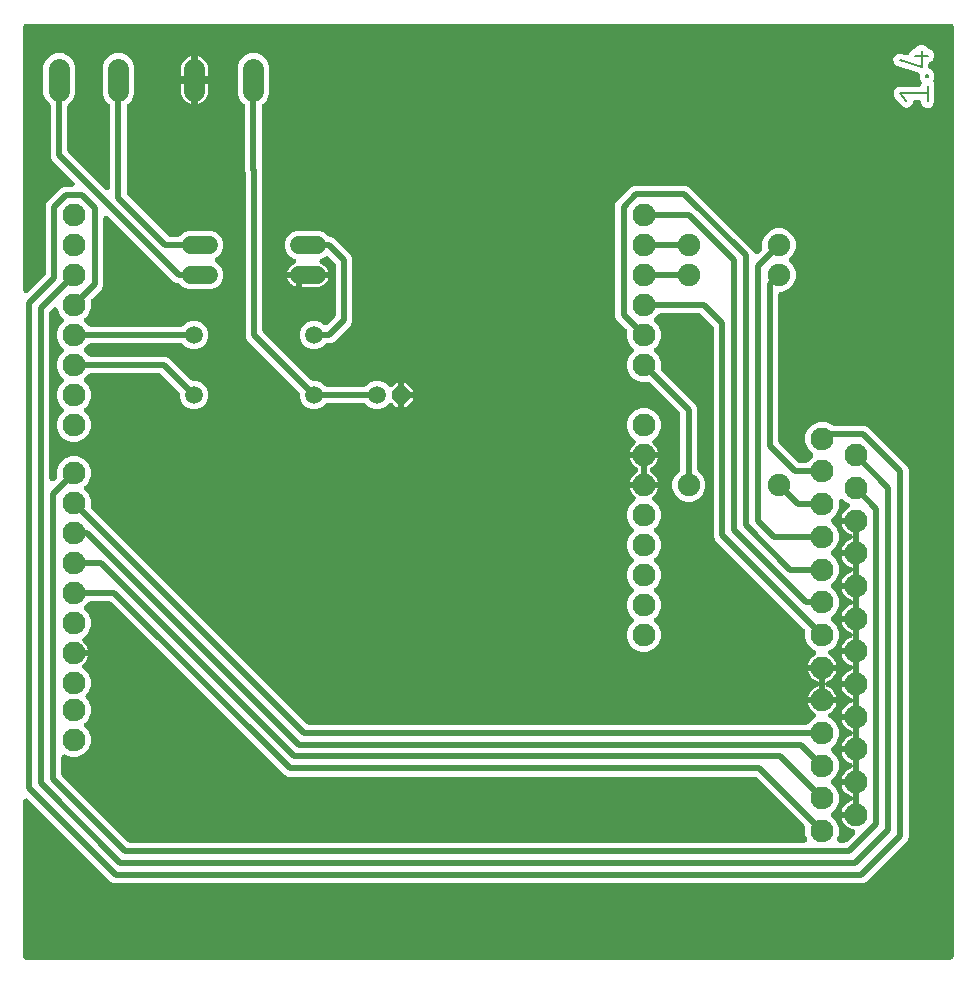
<source format=gbr>
G04 EAGLE Gerber X2 export*
%TF.Part,Single*%
%TF.FileFunction,Copper,L2,Bot,Mixed*%
%TF.FilePolarity,Positive*%
%TF.GenerationSoftware,Autodesk,EAGLE,9.6.2*%
%TF.CreationDate,2020-09-24T10:56:33Z*%
G75*
%MOMM*%
%FSLAX34Y34*%
%LPD*%
%INBottom Copper*%
%AMOC8*
5,1,8,0,0,1.08239X$1,22.5*%
G01*
%ADD10C,0.203200*%
%ADD11C,1.930400*%
%ADD12C,1.790700*%
%ADD13C,1.500000*%
%ADD14P,1.623585X8X22.500000*%
%ADD15C,1.500000*%
%ADD16C,0.508000*%
%ADD17C,1.900000*%

G36*
X-789723Y4576D02*
X-789723Y4576D01*
X-789757Y4574D01*
X-789946Y4596D01*
X-790137Y4613D01*
X-790170Y4622D01*
X-790204Y4626D01*
X-790387Y4681D01*
X-790571Y4731D01*
X-790602Y4746D01*
X-790635Y4756D01*
X-790806Y4843D01*
X-790978Y4925D01*
X-791006Y4945D01*
X-791037Y4960D01*
X-791189Y5076D01*
X-791344Y5187D01*
X-791368Y5212D01*
X-791395Y5232D01*
X-791524Y5372D01*
X-791658Y5509D01*
X-791677Y5538D01*
X-791701Y5564D01*
X-791803Y5725D01*
X-791910Y5882D01*
X-791924Y5914D01*
X-791942Y5943D01*
X-792015Y6120D01*
X-792092Y6294D01*
X-792100Y6328D01*
X-792113Y6360D01*
X-792153Y6547D01*
X-792199Y6732D01*
X-792201Y6766D01*
X-792208Y6800D01*
X-792227Y7112D01*
X-792227Y138498D01*
X-792216Y138627D01*
X-792214Y138758D01*
X-792196Y138851D01*
X-792187Y138947D01*
X-792153Y139072D01*
X-792128Y139200D01*
X-792094Y139289D01*
X-792069Y139381D01*
X-792013Y139498D01*
X-791966Y139620D01*
X-791916Y139702D01*
X-791875Y139788D01*
X-791800Y139893D01*
X-791732Y140004D01*
X-791669Y140076D01*
X-791613Y140154D01*
X-791520Y140245D01*
X-791434Y140342D01*
X-791359Y140401D01*
X-791291Y140468D01*
X-791183Y140541D01*
X-791081Y140621D01*
X-790997Y140666D01*
X-790918Y140720D01*
X-790799Y140772D01*
X-790684Y140834D01*
X-790593Y140863D01*
X-790506Y140902D01*
X-790379Y140933D01*
X-790256Y140973D01*
X-790161Y140986D01*
X-790068Y141009D01*
X-789939Y141017D01*
X-789810Y141034D01*
X-789714Y141031D01*
X-789619Y141036D01*
X-789490Y141021D01*
X-789360Y141016D01*
X-789267Y140995D01*
X-789172Y140984D01*
X-789047Y140947D01*
X-788920Y140918D01*
X-788832Y140882D01*
X-788741Y140854D01*
X-788625Y140795D01*
X-788505Y140745D01*
X-788424Y140693D01*
X-788339Y140650D01*
X-788236Y140571D01*
X-788127Y140501D01*
X-788029Y140414D01*
X-787981Y140378D01*
X-787950Y140345D01*
X-787892Y140294D01*
X-720127Y72528D01*
X-717769Y70170D01*
X-715155Y69087D01*
X-81455Y69087D01*
X-78841Y70170D01*
X-43500Y105511D01*
X-42417Y108125D01*
X-42417Y419245D01*
X-43500Y421859D01*
X-45858Y424217D01*
X-74893Y453252D01*
X-77251Y455610D01*
X-79865Y456693D01*
X-105832Y456693D01*
X-105996Y456707D01*
X-106160Y456714D01*
X-106220Y456727D01*
X-106281Y456733D01*
X-106439Y456776D01*
X-106600Y456812D01*
X-106656Y456835D01*
X-106715Y456851D01*
X-106863Y456922D01*
X-107015Y456985D01*
X-107067Y457018D01*
X-107122Y457045D01*
X-107255Y457140D01*
X-107393Y457230D01*
X-107451Y457281D01*
X-107488Y457307D01*
X-107530Y457350D01*
X-107628Y457436D01*
X-107766Y457575D01*
X-112995Y459741D01*
X-118653Y459741D01*
X-123882Y457575D01*
X-127883Y453574D01*
X-130049Y448345D01*
X-130049Y442687D01*
X-127883Y437458D01*
X-123893Y433469D01*
X-123871Y433442D01*
X-123845Y433419D01*
X-123727Y433270D01*
X-123604Y433123D01*
X-123587Y433093D01*
X-123566Y433066D01*
X-123476Y432898D01*
X-123381Y432732D01*
X-123370Y432700D01*
X-123353Y432669D01*
X-123294Y432488D01*
X-123230Y432308D01*
X-123225Y432274D01*
X-123214Y432241D01*
X-123188Y432052D01*
X-123157Y431864D01*
X-123157Y431829D01*
X-123153Y431795D01*
X-123160Y431604D01*
X-123163Y431413D01*
X-123169Y431379D01*
X-123171Y431345D01*
X-123212Y431159D01*
X-123248Y430971D01*
X-123261Y430939D01*
X-123268Y430905D01*
X-123342Y430730D01*
X-123411Y430551D01*
X-123429Y430522D01*
X-123442Y430490D01*
X-123545Y430330D01*
X-123645Y430167D01*
X-123668Y430141D01*
X-123686Y430112D01*
X-123893Y429877D01*
X-128084Y425686D01*
X-128210Y425581D01*
X-128331Y425469D01*
X-128383Y425437D01*
X-128430Y425398D01*
X-128572Y425316D01*
X-128711Y425228D01*
X-128768Y425204D01*
X-128821Y425174D01*
X-128976Y425119D01*
X-129128Y425057D01*
X-129187Y425044D01*
X-129245Y425023D01*
X-129407Y424997D01*
X-129568Y424962D01*
X-129645Y424957D01*
X-129689Y424950D01*
X-129750Y424951D01*
X-129880Y424943D01*
X-134686Y424943D01*
X-134850Y424957D01*
X-135014Y424964D01*
X-135074Y424977D01*
X-135135Y424983D01*
X-135293Y425026D01*
X-135454Y425062D01*
X-135510Y425085D01*
X-135569Y425101D01*
X-135717Y425172D01*
X-135869Y425235D01*
X-135921Y425268D01*
X-135976Y425295D01*
X-136109Y425390D01*
X-136247Y425480D01*
X-136305Y425531D01*
X-136342Y425557D01*
X-136384Y425600D01*
X-136482Y425686D01*
X-152164Y441368D01*
X-152269Y441495D01*
X-152381Y441616D01*
X-152413Y441667D01*
X-152452Y441714D01*
X-152534Y441857D01*
X-152622Y441995D01*
X-152646Y442052D01*
X-152676Y442105D01*
X-152731Y442260D01*
X-152793Y442412D01*
X-152806Y442472D01*
X-152827Y442529D01*
X-152853Y442691D01*
X-152888Y442852D01*
X-152893Y442929D01*
X-152900Y442973D01*
X-152899Y443034D01*
X-152907Y443164D01*
X-152907Y567588D01*
X-152904Y567623D01*
X-152906Y567657D01*
X-152884Y567846D01*
X-152867Y568037D01*
X-152858Y568070D01*
X-152854Y568104D01*
X-152799Y568287D01*
X-152749Y568471D01*
X-152734Y568502D01*
X-152724Y568535D01*
X-152637Y568706D01*
X-152555Y568878D01*
X-152535Y568906D01*
X-152520Y568937D01*
X-152404Y569089D01*
X-152293Y569244D01*
X-152268Y569268D01*
X-152248Y569295D01*
X-152108Y569424D01*
X-151971Y569558D01*
X-151942Y569577D01*
X-151916Y569601D01*
X-151755Y569703D01*
X-151598Y569810D01*
X-151566Y569824D01*
X-151537Y569842D01*
X-151360Y569915D01*
X-151186Y569992D01*
X-151152Y570000D01*
X-151120Y570013D01*
X-150933Y570053D01*
X-150748Y570099D01*
X-150714Y570101D01*
X-150680Y570108D01*
X-150368Y570127D01*
X-149601Y570127D01*
X-144428Y572270D01*
X-140470Y576228D01*
X-138327Y581401D01*
X-138327Y586999D01*
X-140470Y592172D01*
X-143403Y595104D01*
X-143425Y595131D01*
X-143451Y595154D01*
X-143569Y595303D01*
X-143692Y595450D01*
X-143709Y595480D01*
X-143730Y595507D01*
X-143820Y595675D01*
X-143915Y595841D01*
X-143926Y595873D01*
X-143943Y595904D01*
X-144002Y596085D01*
X-144066Y596265D01*
X-144071Y596299D01*
X-144082Y596332D01*
X-144108Y596521D01*
X-144139Y596709D01*
X-144139Y596744D01*
X-144143Y596778D01*
X-144136Y596969D01*
X-144133Y597159D01*
X-144126Y597194D01*
X-144125Y597228D01*
X-144084Y597414D01*
X-144048Y597602D01*
X-144035Y597634D01*
X-144028Y597668D01*
X-143954Y597844D01*
X-143885Y598022D01*
X-143867Y598051D01*
X-143854Y598083D01*
X-143750Y598244D01*
X-143651Y598406D01*
X-143628Y598432D01*
X-143610Y598461D01*
X-143403Y598696D01*
X-140470Y601628D01*
X-138327Y606801D01*
X-138327Y612399D01*
X-140470Y617572D01*
X-144428Y621530D01*
X-149601Y623673D01*
X-155199Y623673D01*
X-160372Y621530D01*
X-164330Y617572D01*
X-166473Y612399D01*
X-166473Y606638D01*
X-166487Y606474D01*
X-166494Y606310D01*
X-166507Y606250D01*
X-166513Y606189D01*
X-166556Y606031D01*
X-166592Y605870D01*
X-166615Y605814D01*
X-166631Y605755D01*
X-166702Y605607D01*
X-166765Y605455D01*
X-166798Y605403D01*
X-166825Y605348D01*
X-166920Y605215D01*
X-167010Y605077D01*
X-167061Y605019D01*
X-167087Y604982D01*
X-167130Y604940D01*
X-167216Y604842D01*
X-169576Y602483D01*
X-169639Y602430D01*
X-169696Y602371D01*
X-169811Y602286D01*
X-169921Y602194D01*
X-169992Y602154D01*
X-170059Y602105D01*
X-170188Y602042D01*
X-170312Y601971D01*
X-170389Y601944D01*
X-170464Y601907D01*
X-170601Y601868D01*
X-170736Y601820D01*
X-170818Y601807D01*
X-170897Y601784D01*
X-171039Y601770D01*
X-171180Y601747D01*
X-171263Y601748D01*
X-171345Y601740D01*
X-171487Y601751D01*
X-171631Y601753D01*
X-171712Y601769D01*
X-171794Y601775D01*
X-171932Y601811D01*
X-172073Y601838D01*
X-172150Y601868D01*
X-172229Y601889D01*
X-172359Y601949D01*
X-172493Y602001D01*
X-172563Y602044D01*
X-172638Y602078D01*
X-172755Y602160D01*
X-172877Y602235D01*
X-172939Y602289D01*
X-173007Y602337D01*
X-173108Y602438D01*
X-173215Y602533D01*
X-173266Y602597D01*
X-173324Y602656D01*
X-173406Y602774D01*
X-173494Y602886D01*
X-173533Y602959D01*
X-173580Y603026D01*
X-173688Y603248D01*
X-173707Y603283D01*
X-173710Y603293D01*
X-173717Y603307D01*
X-174310Y604739D01*
X-176668Y607097D01*
X-226023Y656452D01*
X-228381Y658810D01*
X-230995Y659893D01*
X-274785Y659893D01*
X-277399Y658810D01*
X-290035Y646174D01*
X-291118Y643560D01*
X-291118Y549290D01*
X-290035Y546676D01*
X-281668Y538310D01*
X-281563Y538183D01*
X-281451Y538062D01*
X-281419Y538011D01*
X-281380Y537964D01*
X-281298Y537821D01*
X-281210Y537683D01*
X-281186Y537626D01*
X-281156Y537573D01*
X-281101Y537418D01*
X-281039Y537266D01*
X-281026Y537207D01*
X-281005Y537149D01*
X-280979Y536987D01*
X-280944Y536826D01*
X-280939Y536749D01*
X-280932Y536705D01*
X-280933Y536644D01*
X-280925Y536514D01*
X-280925Y530571D01*
X-278759Y525342D01*
X-275912Y522496D01*
X-275890Y522469D01*
X-275864Y522446D01*
X-275746Y522297D01*
X-275623Y522150D01*
X-275606Y522120D01*
X-275585Y522093D01*
X-275495Y521925D01*
X-275400Y521759D01*
X-275389Y521727D01*
X-275372Y521696D01*
X-275313Y521515D01*
X-275249Y521335D01*
X-275244Y521301D01*
X-275233Y521268D01*
X-275207Y521079D01*
X-275176Y520891D01*
X-275176Y520856D01*
X-275172Y520822D01*
X-275179Y520631D01*
X-275182Y520440D01*
X-275188Y520406D01*
X-275190Y520372D01*
X-275231Y520186D01*
X-275267Y519998D01*
X-275280Y519966D01*
X-275287Y519932D01*
X-275361Y519757D01*
X-275430Y519578D01*
X-275448Y519549D01*
X-275461Y519517D01*
X-275564Y519357D01*
X-275664Y519194D01*
X-275687Y519168D01*
X-275705Y519139D01*
X-275912Y518904D01*
X-278759Y516058D01*
X-280925Y510829D01*
X-280925Y505171D01*
X-278759Y499942D01*
X-274758Y495941D01*
X-269529Y493775D01*
X-263586Y493775D01*
X-263422Y493761D01*
X-263258Y493754D01*
X-263198Y493741D01*
X-263137Y493735D01*
X-262979Y493692D01*
X-262818Y493656D01*
X-262762Y493633D01*
X-262703Y493617D01*
X-262555Y493546D01*
X-262403Y493483D01*
X-262351Y493450D01*
X-262296Y493423D01*
X-262163Y493328D01*
X-262025Y493238D01*
X-261967Y493187D01*
X-261930Y493161D01*
X-261888Y493118D01*
X-261790Y493032D01*
X-236558Y467800D01*
X-236453Y467673D01*
X-236341Y467552D01*
X-236309Y467501D01*
X-236270Y467454D01*
X-236188Y467311D01*
X-236100Y467173D01*
X-236076Y467116D01*
X-236046Y467063D01*
X-235991Y466908D01*
X-235929Y466756D01*
X-235916Y466696D01*
X-235895Y466639D01*
X-235869Y466477D01*
X-235834Y466316D01*
X-235829Y466239D01*
X-235822Y466195D01*
X-235823Y466134D01*
X-235815Y466004D01*
X-235815Y420241D01*
X-235829Y420077D01*
X-235836Y419913D01*
X-235849Y419853D01*
X-235855Y419792D01*
X-235898Y419634D01*
X-235934Y419473D01*
X-235957Y419417D01*
X-235973Y419358D01*
X-236044Y419210D01*
X-236107Y419058D01*
X-236140Y419006D01*
X-236167Y418951D01*
X-236262Y418818D01*
X-236352Y418680D01*
X-236403Y418622D01*
X-236429Y418585D01*
X-236472Y418543D01*
X-236558Y418445D01*
X-240632Y414372D01*
X-242775Y409199D01*
X-242775Y403601D01*
X-240632Y398428D01*
X-236674Y394470D01*
X-231501Y392327D01*
X-225903Y392327D01*
X-220730Y394470D01*
X-216772Y398428D01*
X-214629Y403601D01*
X-214629Y409199D01*
X-216772Y414372D01*
X-220846Y418445D01*
X-220951Y418572D01*
X-221063Y418692D01*
X-221095Y418744D01*
X-221134Y418791D01*
X-221216Y418933D01*
X-221304Y419072D01*
X-221328Y419129D01*
X-221358Y419182D01*
X-221413Y419337D01*
X-221475Y419489D01*
X-221488Y419548D01*
X-221509Y419606D01*
X-221535Y419768D01*
X-221570Y419929D01*
X-221575Y420006D01*
X-221582Y420050D01*
X-221581Y420111D01*
X-221589Y420241D01*
X-221589Y471417D01*
X-222672Y474031D01*
X-225030Y476389D01*
X-251732Y503090D01*
X-251837Y503217D01*
X-251949Y503338D01*
X-251981Y503389D01*
X-252020Y503436D01*
X-252102Y503578D01*
X-252190Y503717D01*
X-252214Y503774D01*
X-252244Y503827D01*
X-252299Y503982D01*
X-252361Y504134D01*
X-252374Y504193D01*
X-252395Y504251D01*
X-252421Y504413D01*
X-252456Y504574D01*
X-252461Y504651D01*
X-252468Y504695D01*
X-252467Y504756D01*
X-252475Y504886D01*
X-252475Y510829D01*
X-254641Y516058D01*
X-257488Y518904D01*
X-257510Y518931D01*
X-257536Y518954D01*
X-257654Y519103D01*
X-257777Y519250D01*
X-257794Y519280D01*
X-257815Y519307D01*
X-257905Y519475D01*
X-258000Y519641D01*
X-258012Y519673D01*
X-258028Y519704D01*
X-258087Y519885D01*
X-258151Y520065D01*
X-258156Y520099D01*
X-258167Y520132D01*
X-258193Y520321D01*
X-258224Y520509D01*
X-258224Y520544D01*
X-258228Y520578D01*
X-258221Y520769D01*
X-258218Y520959D01*
X-258212Y520994D01*
X-258210Y521028D01*
X-258169Y521214D01*
X-258133Y521402D01*
X-258120Y521434D01*
X-258113Y521468D01*
X-258039Y521644D01*
X-257970Y521822D01*
X-257952Y521851D01*
X-257939Y521883D01*
X-257835Y522044D01*
X-257736Y522206D01*
X-257713Y522232D01*
X-257695Y522261D01*
X-257488Y522496D01*
X-254641Y525342D01*
X-252475Y530571D01*
X-252475Y536229D01*
X-254641Y541458D01*
X-257488Y544304D01*
X-257510Y544331D01*
X-257536Y544354D01*
X-257654Y544503D01*
X-257777Y544650D01*
X-257794Y544680D01*
X-257815Y544707D01*
X-257905Y544875D01*
X-258000Y545041D01*
X-258011Y545073D01*
X-258028Y545104D01*
X-258087Y545285D01*
X-258151Y545465D01*
X-258156Y545499D01*
X-258167Y545532D01*
X-258193Y545721D01*
X-258224Y545909D01*
X-258224Y545944D01*
X-258228Y545978D01*
X-258221Y546169D01*
X-258218Y546360D01*
X-258212Y546394D01*
X-258210Y546428D01*
X-258169Y546614D01*
X-258133Y546802D01*
X-258120Y546834D01*
X-258113Y546868D01*
X-258039Y547044D01*
X-257970Y547222D01*
X-257952Y547251D01*
X-257939Y547283D01*
X-257835Y547443D01*
X-257736Y547606D01*
X-257713Y547632D01*
X-257695Y547661D01*
X-257488Y547896D01*
X-254440Y550944D01*
X-254313Y551049D01*
X-254193Y551161D01*
X-254141Y551193D01*
X-254094Y551232D01*
X-253952Y551314D01*
X-253813Y551402D01*
X-253756Y551426D01*
X-253703Y551456D01*
X-253548Y551511D01*
X-253396Y551573D01*
X-253337Y551586D01*
X-253279Y551607D01*
X-253117Y551633D01*
X-252956Y551668D01*
X-252879Y551673D01*
X-252835Y551680D01*
X-252774Y551679D01*
X-252644Y551687D01*
X-219898Y551687D01*
X-219734Y551673D01*
X-219570Y551666D01*
X-219510Y551653D01*
X-219449Y551647D01*
X-219291Y551604D01*
X-219130Y551568D01*
X-219074Y551545D01*
X-219015Y551529D01*
X-218867Y551458D01*
X-218715Y551395D01*
X-218663Y551362D01*
X-218608Y551335D01*
X-218475Y551240D01*
X-218337Y551150D01*
X-218279Y551099D01*
X-218242Y551073D01*
X-218200Y551030D01*
X-218102Y550944D01*
X-208516Y541358D01*
X-208411Y541231D01*
X-208299Y541110D01*
X-208267Y541059D01*
X-208228Y541012D01*
X-208146Y540869D01*
X-208058Y540731D01*
X-208034Y540674D01*
X-208004Y540621D01*
X-207949Y540466D01*
X-207887Y540314D01*
X-207874Y540254D01*
X-207853Y540197D01*
X-207827Y540035D01*
X-207792Y539874D01*
X-207787Y539797D01*
X-207780Y539753D01*
X-207781Y539692D01*
X-207773Y539562D01*
X-207773Y362821D01*
X-206690Y360207D01*
X-130792Y284310D01*
X-130687Y284183D01*
X-130575Y284062D01*
X-130543Y284011D01*
X-130504Y283964D01*
X-130422Y283821D01*
X-130334Y283683D01*
X-130310Y283626D01*
X-130280Y283573D01*
X-130225Y283418D01*
X-130163Y283266D01*
X-130150Y283206D01*
X-130129Y283149D01*
X-130103Y282987D01*
X-130068Y282826D01*
X-130063Y282749D01*
X-130056Y282705D01*
X-130057Y282644D01*
X-130049Y282514D01*
X-130049Y276571D01*
X-127883Y271342D01*
X-123882Y267341D01*
X-122423Y266737D01*
X-122396Y266722D01*
X-122367Y266713D01*
X-122197Y266618D01*
X-122024Y266528D01*
X-122000Y266509D01*
X-121973Y266495D01*
X-121822Y266372D01*
X-121668Y266252D01*
X-121647Y266230D01*
X-121624Y266210D01*
X-121497Y266063D01*
X-121366Y265918D01*
X-121350Y265892D01*
X-121330Y265869D01*
X-121231Y265701D01*
X-121128Y265536D01*
X-121117Y265508D01*
X-121101Y265481D01*
X-121034Y265298D01*
X-120962Y265118D01*
X-120956Y265088D01*
X-120945Y265059D01*
X-120911Y264868D01*
X-120872Y264676D01*
X-120871Y264646D01*
X-120865Y264616D01*
X-120865Y264421D01*
X-120861Y264226D01*
X-120865Y264196D01*
X-120865Y264165D01*
X-120900Y263973D01*
X-120930Y263781D01*
X-120940Y263752D01*
X-120945Y263722D01*
X-121013Y263539D01*
X-121076Y263355D01*
X-121091Y263329D01*
X-121101Y263300D01*
X-121201Y263132D01*
X-121295Y262962D01*
X-121315Y262939D01*
X-121330Y262912D01*
X-121457Y262765D01*
X-121581Y262614D01*
X-121604Y262594D01*
X-121624Y262571D01*
X-121775Y262448D01*
X-121923Y262321D01*
X-121949Y262306D01*
X-121973Y262287D01*
X-122198Y262154D01*
X-123767Y261014D01*
X-125124Y259657D01*
X-126252Y258104D01*
X-127124Y256394D01*
X-127716Y254569D01*
X-127767Y254253D01*
X-115824Y254253D01*
X-103881Y254253D01*
X-103932Y254569D01*
X-104524Y256394D01*
X-105396Y258104D01*
X-106524Y259657D01*
X-107881Y261014D01*
X-109443Y262149D01*
X-109460Y262156D01*
X-109623Y262264D01*
X-109787Y262367D01*
X-109810Y262388D01*
X-109835Y262404D01*
X-109976Y262539D01*
X-110121Y262670D01*
X-110139Y262694D01*
X-110161Y262715D01*
X-110276Y262872D01*
X-110395Y263027D01*
X-110409Y263054D01*
X-110427Y263078D01*
X-110513Y263254D01*
X-110602Y263426D01*
X-110611Y263456D01*
X-110625Y263483D01*
X-110678Y263671D01*
X-110736Y263857D01*
X-110740Y263887D01*
X-110748Y263916D01*
X-110767Y264110D01*
X-110791Y264303D01*
X-110789Y264334D01*
X-110792Y264364D01*
X-110777Y264559D01*
X-110767Y264753D01*
X-110760Y264783D01*
X-110757Y264813D01*
X-110708Y265002D01*
X-110663Y265191D01*
X-110651Y265219D01*
X-110643Y265249D01*
X-110561Y265426D01*
X-110484Y265604D01*
X-110467Y265630D01*
X-110454Y265657D01*
X-110342Y265817D01*
X-110234Y265979D01*
X-110213Y266001D01*
X-110196Y266026D01*
X-110058Y266163D01*
X-109923Y266304D01*
X-109898Y266322D01*
X-109876Y266344D01*
X-109716Y266454D01*
X-109559Y266569D01*
X-109531Y266582D01*
X-109506Y266599D01*
X-109225Y266737D01*
X-107766Y267341D01*
X-103765Y271342D01*
X-101599Y276571D01*
X-101599Y282229D01*
X-103765Y287458D01*
X-107755Y291447D01*
X-107777Y291474D01*
X-107803Y291497D01*
X-107921Y291646D01*
X-108044Y291793D01*
X-108061Y291823D01*
X-108082Y291850D01*
X-108172Y292018D01*
X-108267Y292184D01*
X-108279Y292216D01*
X-108295Y292247D01*
X-108354Y292428D01*
X-108418Y292608D01*
X-108423Y292642D01*
X-108434Y292675D01*
X-108460Y292864D01*
X-108491Y293052D01*
X-108491Y293087D01*
X-108495Y293121D01*
X-108488Y293312D01*
X-108485Y293502D01*
X-108479Y293537D01*
X-108477Y293571D01*
X-108436Y293757D01*
X-108400Y293945D01*
X-108387Y293977D01*
X-108380Y294011D01*
X-108306Y294187D01*
X-108237Y294365D01*
X-108219Y294394D01*
X-108206Y294426D01*
X-108102Y294586D01*
X-108003Y294749D01*
X-107980Y294775D01*
X-107962Y294804D01*
X-107755Y295039D01*
X-103765Y299028D01*
X-101599Y304257D01*
X-101599Y309915D01*
X-103765Y315144D01*
X-107755Y319133D01*
X-107777Y319160D01*
X-107803Y319183D01*
X-107921Y319332D01*
X-108044Y319479D01*
X-108061Y319509D01*
X-108082Y319536D01*
X-108172Y319704D01*
X-108267Y319870D01*
X-108279Y319902D01*
X-108295Y319933D01*
X-108354Y320114D01*
X-108418Y320294D01*
X-108423Y320328D01*
X-108434Y320361D01*
X-108460Y320550D01*
X-108491Y320738D01*
X-108491Y320773D01*
X-108495Y320807D01*
X-108488Y320998D01*
X-108485Y321188D01*
X-108479Y321223D01*
X-108477Y321257D01*
X-108436Y321443D01*
X-108400Y321631D01*
X-108387Y321663D01*
X-108380Y321697D01*
X-108306Y321873D01*
X-108237Y322051D01*
X-108219Y322080D01*
X-108206Y322112D01*
X-108102Y322272D01*
X-108003Y322435D01*
X-107980Y322461D01*
X-107962Y322490D01*
X-107755Y322725D01*
X-103765Y326714D01*
X-101599Y331943D01*
X-101599Y337601D01*
X-103765Y342830D01*
X-107755Y346819D01*
X-107777Y346846D01*
X-107803Y346869D01*
X-107921Y347018D01*
X-108044Y347165D01*
X-108061Y347195D01*
X-108082Y347222D01*
X-108172Y347390D01*
X-108267Y347556D01*
X-108279Y347588D01*
X-108295Y347619D01*
X-108354Y347800D01*
X-108418Y347980D01*
X-108423Y348014D01*
X-108434Y348047D01*
X-108460Y348236D01*
X-108491Y348424D01*
X-108491Y348459D01*
X-108495Y348493D01*
X-108488Y348684D01*
X-108485Y348874D01*
X-108479Y348909D01*
X-108477Y348943D01*
X-108436Y349129D01*
X-108400Y349317D01*
X-108387Y349349D01*
X-108380Y349383D01*
X-108306Y349559D01*
X-108237Y349737D01*
X-108219Y349766D01*
X-108206Y349798D01*
X-108102Y349958D01*
X-108003Y350121D01*
X-107980Y350147D01*
X-107962Y350176D01*
X-107755Y350411D01*
X-103765Y354400D01*
X-101599Y359629D01*
X-101599Y365287D01*
X-103765Y370516D01*
X-107755Y374505D01*
X-107777Y374532D01*
X-107803Y374555D01*
X-107921Y374704D01*
X-108044Y374851D01*
X-108061Y374881D01*
X-108082Y374908D01*
X-108172Y375076D01*
X-108267Y375242D01*
X-108279Y375274D01*
X-108295Y375305D01*
X-108354Y375486D01*
X-108418Y375666D01*
X-108423Y375700D01*
X-108434Y375733D01*
X-108460Y375922D01*
X-108491Y376110D01*
X-108491Y376145D01*
X-108495Y376179D01*
X-108488Y376370D01*
X-108485Y376560D01*
X-108479Y376595D01*
X-108477Y376629D01*
X-108436Y376815D01*
X-108400Y377003D01*
X-108387Y377035D01*
X-108380Y377069D01*
X-108306Y377245D01*
X-108237Y377423D01*
X-108219Y377452D01*
X-108206Y377484D01*
X-108102Y377644D01*
X-108003Y377807D01*
X-107980Y377833D01*
X-107962Y377862D01*
X-107755Y378097D01*
X-103765Y382086D01*
X-101599Y387315D01*
X-101599Y391963D01*
X-101588Y392093D01*
X-101586Y392223D01*
X-101568Y392316D01*
X-101559Y392412D01*
X-101525Y392537D01*
X-101500Y392665D01*
X-101466Y392754D01*
X-101441Y392846D01*
X-101385Y392963D01*
X-101338Y393085D01*
X-101288Y393167D01*
X-101247Y393253D01*
X-101172Y393358D01*
X-101104Y393470D01*
X-101041Y393541D01*
X-100985Y393619D01*
X-100892Y393709D01*
X-100806Y393807D01*
X-100731Y393866D01*
X-100663Y393933D01*
X-100555Y394006D01*
X-100453Y394086D01*
X-100369Y394131D01*
X-100290Y394185D01*
X-100171Y394238D01*
X-100056Y394299D01*
X-99965Y394328D01*
X-99878Y394367D01*
X-99751Y394398D01*
X-99628Y394438D01*
X-99533Y394451D01*
X-99440Y394474D01*
X-99311Y394482D01*
X-99182Y394500D01*
X-99086Y394496D01*
X-98991Y394501D01*
X-98862Y394486D01*
X-98732Y394481D01*
X-98639Y394460D01*
X-98544Y394449D01*
X-98419Y394412D01*
X-98292Y394384D01*
X-98204Y394347D01*
X-98113Y394319D01*
X-97997Y394260D01*
X-97877Y394210D01*
X-97797Y394158D01*
X-97711Y394115D01*
X-97608Y394036D01*
X-97499Y393966D01*
X-97401Y393880D01*
X-97353Y393843D01*
X-97322Y393810D01*
X-97264Y393759D01*
X-95434Y391928D01*
X-93975Y391324D01*
X-93948Y391310D01*
X-93919Y391300D01*
X-93748Y391205D01*
X-93576Y391115D01*
X-93552Y391097D01*
X-93525Y391082D01*
X-93374Y390959D01*
X-93220Y390839D01*
X-93200Y390817D01*
X-93176Y390798D01*
X-93049Y390650D01*
X-92918Y390505D01*
X-92902Y390479D01*
X-92882Y390456D01*
X-92783Y390288D01*
X-92680Y390123D01*
X-92669Y390095D01*
X-92654Y390069D01*
X-92586Y389885D01*
X-92514Y389705D01*
X-92508Y389675D01*
X-92497Y389646D01*
X-92462Y389454D01*
X-92424Y389263D01*
X-92423Y389233D01*
X-92417Y389203D01*
X-92417Y389009D01*
X-92413Y388813D01*
X-92417Y388783D01*
X-92417Y388753D01*
X-92452Y388562D01*
X-92482Y388368D01*
X-92491Y388339D01*
X-92497Y388310D01*
X-92564Y388128D01*
X-92628Y387943D01*
X-92643Y387916D01*
X-92653Y387888D01*
X-92752Y387719D01*
X-92847Y387549D01*
X-92866Y387526D01*
X-92882Y387500D01*
X-93009Y387351D01*
X-93133Y387201D01*
X-93156Y387181D01*
X-93175Y387158D01*
X-93326Y387035D01*
X-93475Y386908D01*
X-93501Y386893D01*
X-93525Y386874D01*
X-93750Y386741D01*
X-95319Y385601D01*
X-96676Y384244D01*
X-97804Y382691D01*
X-98676Y380981D01*
X-99268Y379156D01*
X-99319Y378840D01*
X-87376Y378840D01*
X-87342Y378837D01*
X-87307Y378839D01*
X-87118Y378817D01*
X-86928Y378800D01*
X-86894Y378791D01*
X-86860Y378787D01*
X-86677Y378732D01*
X-86493Y378682D01*
X-86462Y378667D01*
X-86429Y378657D01*
X-86258Y378570D01*
X-86087Y378489D01*
X-86059Y378468D01*
X-86028Y378453D01*
X-85876Y378337D01*
X-85721Y378226D01*
X-85720Y378226D01*
X-85696Y378201D01*
X-85669Y378181D01*
X-85669Y378180D01*
X-85668Y378180D01*
X-85539Y378040D01*
X-85406Y377903D01*
X-85387Y377875D01*
X-85363Y377849D01*
X-85261Y377688D01*
X-85154Y377530D01*
X-85140Y377499D01*
X-85121Y377469D01*
X-85049Y377293D01*
X-84972Y377118D01*
X-84964Y377085D01*
X-84951Y377053D01*
X-84910Y376866D01*
X-84865Y376681D01*
X-84863Y376647D01*
X-84856Y376613D01*
X-84837Y376301D01*
X-84837Y348615D01*
X-84837Y320929D01*
X-84837Y293243D01*
X-84837Y265557D01*
X-84837Y237871D01*
X-84837Y210185D01*
X-84837Y182499D01*
X-84837Y154813D01*
X-84837Y127127D01*
X-84840Y127093D01*
X-84838Y127058D01*
X-84860Y126869D01*
X-84876Y126679D01*
X-84886Y126645D01*
X-84890Y126611D01*
X-84945Y126428D01*
X-84995Y126244D01*
X-85010Y126213D01*
X-85020Y126180D01*
X-85107Y126009D01*
X-85188Y125838D01*
X-85209Y125810D01*
X-85224Y125779D01*
X-85339Y125627D01*
X-85451Y125472D01*
X-85451Y125471D01*
X-85475Y125447D01*
X-85496Y125420D01*
X-85497Y125420D01*
X-85497Y125419D01*
X-85637Y125290D01*
X-85774Y125157D01*
X-85802Y125138D01*
X-85828Y125114D01*
X-85989Y125012D01*
X-86147Y124905D01*
X-86178Y124891D01*
X-86208Y124872D01*
X-86384Y124800D01*
X-86559Y124723D01*
X-86592Y124715D01*
X-86624Y124702D01*
X-86811Y124661D01*
X-86996Y124616D01*
X-87030Y124614D01*
X-87064Y124607D01*
X-87376Y124588D01*
X-99319Y124588D01*
X-99268Y124272D01*
X-98676Y122447D01*
X-97804Y120737D01*
X-96676Y119184D01*
X-95319Y117827D01*
X-93766Y116699D01*
X-92056Y115827D01*
X-90231Y115235D01*
X-89821Y115170D01*
X-89670Y115132D01*
X-89517Y115102D01*
X-89452Y115077D01*
X-89384Y115060D01*
X-89243Y114996D01*
X-89097Y114940D01*
X-89037Y114904D01*
X-88974Y114875D01*
X-88845Y114787D01*
X-88712Y114706D01*
X-88660Y114660D01*
X-88603Y114620D01*
X-88492Y114511D01*
X-88375Y114408D01*
X-88331Y114353D01*
X-88282Y114304D01*
X-88192Y114177D01*
X-88095Y114054D01*
X-88062Y113993D01*
X-88022Y113936D01*
X-87956Y113795D01*
X-87883Y113658D01*
X-87861Y113591D01*
X-87832Y113528D01*
X-87792Y113378D01*
X-87743Y113229D01*
X-87734Y113161D01*
X-87716Y113093D01*
X-87703Y112938D01*
X-87682Y112783D01*
X-87685Y112714D01*
X-87679Y112645D01*
X-87694Y112489D01*
X-87700Y112333D01*
X-87715Y112266D01*
X-87722Y112196D01*
X-87764Y112046D01*
X-87798Y111894D01*
X-87825Y111830D01*
X-87844Y111763D01*
X-87911Y111622D01*
X-87972Y111478D01*
X-88009Y111420D01*
X-88040Y111357D01*
X-88131Y111231D01*
X-88216Y111100D01*
X-88275Y111033D01*
X-88304Y110993D01*
X-88346Y110953D01*
X-88423Y110866D01*
X-94912Y104376D01*
X-95039Y104271D01*
X-95160Y104159D01*
X-95211Y104127D01*
X-95258Y104088D01*
X-95401Y104006D01*
X-95539Y103918D01*
X-95596Y103894D01*
X-95649Y103864D01*
X-95804Y103809D01*
X-95956Y103747D01*
X-96016Y103734D01*
X-96073Y103713D01*
X-96235Y103687D01*
X-96396Y103652D01*
X-96473Y103647D01*
X-96517Y103640D01*
X-96578Y103641D01*
X-96708Y103633D01*
X-100625Y103633D01*
X-100707Y103640D01*
X-100789Y103638D01*
X-100930Y103660D01*
X-101073Y103673D01*
X-101153Y103694D01*
X-101234Y103707D01*
X-101369Y103753D01*
X-101508Y103791D01*
X-101582Y103827D01*
X-101660Y103853D01*
X-101785Y103923D01*
X-101914Y103985D01*
X-101981Y104032D01*
X-102053Y104073D01*
X-102164Y104163D01*
X-102280Y104247D01*
X-102338Y104306D01*
X-102401Y104358D01*
X-102494Y104467D01*
X-102594Y104569D01*
X-102641Y104638D01*
X-102694Y104700D01*
X-102766Y104824D01*
X-102846Y104942D01*
X-102880Y105018D01*
X-102921Y105089D01*
X-102971Y105223D01*
X-103029Y105354D01*
X-103048Y105434D01*
X-103077Y105512D01*
X-103101Y105653D01*
X-103135Y105792D01*
X-103140Y105874D01*
X-103155Y105955D01*
X-103154Y106098D01*
X-103163Y106241D01*
X-103153Y106323D01*
X-103153Y106405D01*
X-103128Y106546D01*
X-103111Y106688D01*
X-103087Y106767D01*
X-103072Y106848D01*
X-102992Y107082D01*
X-102981Y107119D01*
X-102976Y107129D01*
X-102971Y107144D01*
X-101599Y110455D01*
X-101599Y116113D01*
X-103765Y121342D01*
X-107755Y125331D01*
X-107777Y125358D01*
X-107803Y125381D01*
X-107921Y125530D01*
X-108044Y125677D01*
X-108061Y125707D01*
X-108082Y125734D01*
X-108172Y125902D01*
X-108267Y126068D01*
X-108279Y126100D01*
X-108295Y126131D01*
X-108354Y126312D01*
X-108418Y126492D01*
X-108423Y126526D01*
X-108434Y126559D01*
X-108460Y126748D01*
X-108491Y126936D01*
X-108491Y126971D01*
X-108495Y127005D01*
X-108488Y127196D01*
X-108485Y127386D01*
X-108479Y127421D01*
X-108477Y127455D01*
X-108436Y127641D01*
X-108400Y127829D01*
X-108387Y127861D01*
X-108380Y127895D01*
X-108306Y128071D01*
X-108237Y128249D01*
X-108219Y128278D01*
X-108206Y128310D01*
X-108102Y128470D01*
X-108003Y128633D01*
X-107980Y128659D01*
X-107962Y128688D01*
X-107755Y128923D01*
X-103765Y132912D01*
X-101599Y138141D01*
X-101599Y143799D01*
X-103765Y149028D01*
X-107755Y153017D01*
X-107777Y153044D01*
X-107803Y153067D01*
X-107921Y153216D01*
X-108044Y153363D01*
X-108061Y153393D01*
X-108082Y153420D01*
X-108172Y153588D01*
X-108267Y153754D01*
X-108279Y153786D01*
X-108295Y153817D01*
X-108354Y153998D01*
X-108418Y154178D01*
X-108423Y154212D01*
X-108434Y154245D01*
X-108460Y154434D01*
X-108491Y154622D01*
X-108491Y154657D01*
X-108495Y154691D01*
X-108488Y154882D01*
X-108485Y155072D01*
X-108479Y155107D01*
X-108477Y155141D01*
X-108436Y155327D01*
X-108400Y155515D01*
X-108387Y155547D01*
X-108380Y155581D01*
X-108306Y155757D01*
X-108237Y155935D01*
X-108219Y155964D01*
X-108206Y155996D01*
X-108102Y156156D01*
X-108003Y156319D01*
X-107980Y156345D01*
X-107962Y156374D01*
X-107755Y156609D01*
X-103765Y160598D01*
X-101599Y165827D01*
X-101599Y171485D01*
X-103765Y176714D01*
X-107755Y180703D01*
X-107777Y180730D01*
X-107803Y180753D01*
X-107921Y180902D01*
X-108044Y181049D01*
X-108061Y181079D01*
X-108082Y181106D01*
X-108172Y181274D01*
X-108267Y181440D01*
X-108279Y181472D01*
X-108295Y181503D01*
X-108354Y181684D01*
X-108418Y181864D01*
X-108423Y181898D01*
X-108434Y181931D01*
X-108460Y182120D01*
X-108491Y182308D01*
X-108491Y182343D01*
X-108495Y182377D01*
X-108488Y182568D01*
X-108485Y182758D01*
X-108479Y182793D01*
X-108477Y182827D01*
X-108436Y183013D01*
X-108400Y183201D01*
X-108387Y183233D01*
X-108380Y183267D01*
X-108306Y183443D01*
X-108237Y183621D01*
X-108219Y183650D01*
X-108206Y183682D01*
X-108102Y183842D01*
X-108003Y184005D01*
X-107980Y184031D01*
X-107962Y184060D01*
X-107755Y184295D01*
X-103765Y188284D01*
X-101599Y193513D01*
X-101599Y199171D01*
X-103765Y204400D01*
X-107766Y208401D01*
X-109225Y209005D01*
X-109252Y209019D01*
X-109281Y209029D01*
X-109452Y209124D01*
X-109624Y209214D01*
X-109648Y209232D01*
X-109675Y209247D01*
X-109826Y209370D01*
X-109980Y209490D01*
X-110000Y209512D01*
X-110024Y209531D01*
X-110151Y209679D01*
X-110282Y209824D01*
X-110298Y209850D01*
X-110318Y209873D01*
X-110417Y210041D01*
X-110520Y210206D01*
X-110531Y210234D01*
X-110546Y210260D01*
X-110614Y210444D01*
X-110686Y210624D01*
X-110692Y210654D01*
X-110703Y210683D01*
X-110738Y210875D01*
X-110776Y211066D01*
X-110777Y211096D01*
X-110783Y211126D01*
X-110783Y211320D01*
X-110787Y211516D01*
X-110783Y211546D01*
X-110783Y211576D01*
X-110748Y211767D01*
X-110718Y211961D01*
X-110709Y211990D01*
X-110703Y212019D01*
X-110636Y212201D01*
X-110572Y212386D01*
X-110557Y212413D01*
X-110547Y212441D01*
X-110448Y212610D01*
X-110353Y212780D01*
X-110334Y212803D01*
X-110318Y212829D01*
X-110191Y212978D01*
X-110067Y213128D01*
X-110044Y213148D01*
X-110025Y213171D01*
X-109874Y213294D01*
X-109725Y213421D01*
X-109699Y213436D01*
X-109675Y213455D01*
X-109450Y213588D01*
X-107881Y214728D01*
X-106524Y216085D01*
X-105396Y217638D01*
X-104524Y219348D01*
X-103932Y221173D01*
X-103881Y221489D01*
X-115824Y221489D01*
X-127767Y221489D01*
X-127716Y221173D01*
X-127124Y219348D01*
X-126252Y217638D01*
X-125124Y216085D01*
X-123767Y214728D01*
X-122205Y213593D01*
X-122188Y213586D01*
X-122026Y213478D01*
X-121860Y213375D01*
X-121838Y213354D01*
X-121813Y213337D01*
X-121672Y213203D01*
X-121527Y213072D01*
X-121509Y213048D01*
X-121487Y213027D01*
X-121371Y212869D01*
X-121253Y212715D01*
X-121239Y212688D01*
X-121221Y212663D01*
X-121135Y212488D01*
X-121045Y212315D01*
X-121036Y212286D01*
X-121023Y212259D01*
X-120970Y212071D01*
X-120912Y211885D01*
X-120908Y211855D01*
X-120900Y211826D01*
X-120881Y211632D01*
X-120857Y211438D01*
X-120859Y211408D01*
X-120856Y211378D01*
X-120871Y211183D01*
X-120881Y210989D01*
X-120888Y210959D01*
X-120891Y210929D01*
X-120940Y210740D01*
X-120985Y210550D01*
X-120997Y210523D01*
X-121005Y210493D01*
X-121087Y210316D01*
X-121164Y210137D01*
X-121181Y210112D01*
X-121194Y210085D01*
X-121306Y209925D01*
X-121414Y209763D01*
X-121435Y209741D01*
X-121452Y209716D01*
X-121591Y209578D01*
X-121726Y209438D01*
X-121750Y209420D01*
X-121772Y209398D01*
X-121932Y209288D01*
X-122090Y209173D01*
X-122117Y209160D01*
X-122142Y209142D01*
X-122423Y209005D01*
X-123882Y208401D01*
X-128084Y204198D01*
X-128211Y204093D01*
X-128331Y203981D01*
X-128383Y203949D01*
X-128430Y203910D01*
X-128572Y203828D01*
X-128711Y203740D01*
X-128768Y203716D01*
X-128821Y203686D01*
X-128976Y203631D01*
X-129128Y203569D01*
X-129187Y203556D01*
X-129245Y203535D01*
X-129407Y203509D01*
X-129568Y203474D01*
X-129645Y203469D01*
X-129689Y203462D01*
X-129750Y203463D01*
X-129880Y203455D01*
X-550484Y203455D01*
X-550648Y203469D01*
X-550812Y203476D01*
X-550872Y203489D01*
X-550933Y203495D01*
X-551091Y203538D01*
X-551252Y203574D01*
X-551308Y203597D01*
X-551367Y203613D01*
X-551515Y203684D01*
X-551667Y203747D01*
X-551719Y203780D01*
X-551774Y203807D01*
X-551907Y203902D01*
X-552045Y203992D01*
X-552103Y204043D01*
X-552140Y204069D01*
X-552182Y204112D01*
X-552280Y204198D01*
X-734332Y386250D01*
X-734423Y386359D01*
X-734459Y386397D01*
X-734469Y386411D01*
X-734549Y386498D01*
X-734581Y386549D01*
X-734620Y386596D01*
X-734702Y386738D01*
X-734790Y386877D01*
X-734814Y386934D01*
X-734844Y386987D01*
X-734899Y387142D01*
X-734961Y387294D01*
X-734974Y387353D01*
X-734995Y387411D01*
X-735021Y387573D01*
X-735056Y387734D01*
X-735061Y387811D01*
X-735068Y387855D01*
X-735067Y387916D01*
X-735075Y388046D01*
X-735075Y393989D01*
X-737241Y399218D01*
X-740088Y402064D01*
X-740110Y402091D01*
X-740136Y402114D01*
X-740254Y402263D01*
X-740377Y402410D01*
X-740394Y402440D01*
X-740415Y402467D01*
X-740505Y402635D01*
X-740600Y402801D01*
X-740611Y402833D01*
X-740628Y402864D01*
X-740687Y403045D01*
X-740751Y403225D01*
X-740756Y403259D01*
X-740767Y403292D01*
X-740793Y403481D01*
X-740824Y403669D01*
X-740824Y403704D01*
X-740828Y403738D01*
X-740821Y403929D01*
X-740818Y404120D01*
X-740812Y404154D01*
X-740810Y404188D01*
X-740769Y404374D01*
X-740733Y404562D01*
X-740720Y404594D01*
X-740713Y404628D01*
X-740639Y404803D01*
X-740570Y404982D01*
X-740552Y405011D01*
X-740539Y405043D01*
X-740436Y405203D01*
X-740336Y405366D01*
X-740313Y405392D01*
X-740295Y405421D01*
X-740088Y405656D01*
X-737241Y408502D01*
X-735075Y413731D01*
X-735075Y419389D01*
X-737241Y424618D01*
X-741242Y428619D01*
X-746471Y430785D01*
X-752129Y430785D01*
X-757358Y428619D01*
X-761359Y424618D01*
X-763525Y419389D01*
X-763525Y413446D01*
X-763539Y413282D01*
X-763546Y413118D01*
X-763559Y413058D01*
X-763565Y412997D01*
X-763608Y412839D01*
X-763644Y412678D01*
X-763667Y412622D01*
X-763683Y412563D01*
X-763754Y412415D01*
X-763817Y412263D01*
X-763850Y412211D01*
X-763877Y412156D01*
X-763972Y412023D01*
X-764062Y411885D01*
X-764113Y411827D01*
X-764139Y411790D01*
X-764182Y411748D01*
X-764268Y411650D01*
X-765792Y410126D01*
X-765892Y410043D01*
X-765985Y409952D01*
X-766065Y409899D01*
X-766138Y409837D01*
X-766251Y409773D01*
X-766358Y409700D01*
X-766446Y409662D01*
X-766529Y409614D01*
X-766651Y409571D01*
X-766770Y409518D01*
X-766863Y409495D01*
X-766953Y409463D01*
X-767082Y409442D01*
X-767208Y409411D01*
X-767303Y409405D01*
X-767397Y409390D01*
X-767528Y409392D01*
X-767657Y409384D01*
X-767752Y409395D01*
X-767848Y409396D01*
X-767975Y409421D01*
X-768104Y409436D01*
X-768196Y409463D01*
X-768290Y409482D01*
X-768411Y409528D01*
X-768535Y409566D01*
X-768620Y409609D01*
X-768710Y409644D01*
X-768821Y409711D01*
X-768937Y409770D01*
X-769013Y409828D01*
X-769094Y409878D01*
X-769192Y409964D01*
X-769295Y410042D01*
X-769360Y410113D01*
X-769432Y410176D01*
X-769512Y410278D01*
X-769601Y410373D01*
X-769652Y410454D01*
X-769711Y410529D01*
X-769772Y410643D01*
X-769842Y410753D01*
X-769879Y410842D01*
X-769924Y410926D01*
X-769964Y411050D01*
X-770013Y411170D01*
X-770033Y411263D01*
X-770063Y411354D01*
X-770081Y411483D01*
X-770108Y411610D01*
X-770116Y411740D01*
X-770124Y411800D01*
X-770123Y411845D01*
X-770127Y411922D01*
X-770127Y552262D01*
X-770113Y552426D01*
X-770106Y552590D01*
X-770093Y552650D01*
X-770087Y552711D01*
X-770044Y552869D01*
X-770008Y553030D01*
X-769985Y553086D01*
X-769969Y553145D01*
X-769898Y553293D01*
X-769835Y553445D01*
X-769802Y553497D01*
X-769775Y553552D01*
X-769680Y553685D01*
X-769590Y553823D01*
X-769539Y553881D01*
X-769513Y553918D01*
X-769470Y553960D01*
X-769384Y554058D01*
X-767368Y556073D01*
X-767304Y556126D01*
X-767248Y556186D01*
X-767132Y556270D01*
X-767022Y556362D01*
X-766951Y556403D01*
X-766884Y556452D01*
X-766756Y556515D01*
X-766631Y556586D01*
X-766554Y556613D01*
X-766480Y556649D01*
X-766342Y556689D01*
X-766207Y556737D01*
X-766126Y556750D01*
X-766047Y556772D01*
X-765904Y556787D01*
X-765763Y556810D01*
X-765680Y556809D01*
X-765598Y556817D01*
X-765456Y556806D01*
X-765313Y556804D01*
X-765232Y556788D01*
X-765150Y556782D01*
X-765011Y556746D01*
X-764871Y556718D01*
X-764794Y556689D01*
X-764714Y556668D01*
X-764584Y556608D01*
X-764451Y556556D01*
X-764380Y556513D01*
X-764305Y556479D01*
X-764188Y556397D01*
X-764066Y556322D01*
X-764004Y556268D01*
X-763937Y556220D01*
X-763836Y556119D01*
X-763728Y556024D01*
X-763677Y555959D01*
X-763619Y555901D01*
X-763538Y555783D01*
X-763449Y555671D01*
X-763410Y555598D01*
X-763363Y555530D01*
X-763255Y555309D01*
X-763236Y555274D01*
X-763233Y555264D01*
X-763226Y555250D01*
X-761359Y550742D01*
X-758512Y547896D01*
X-758490Y547869D01*
X-758464Y547846D01*
X-758346Y547697D01*
X-758223Y547550D01*
X-758206Y547520D01*
X-758185Y547493D01*
X-758095Y547325D01*
X-758000Y547159D01*
X-757989Y547127D01*
X-757972Y547096D01*
X-757913Y546915D01*
X-757849Y546735D01*
X-757844Y546701D01*
X-757833Y546668D01*
X-757807Y546479D01*
X-757776Y546291D01*
X-757776Y546256D01*
X-757772Y546222D01*
X-757779Y546031D01*
X-757782Y545840D01*
X-757788Y545806D01*
X-757790Y545772D01*
X-757831Y545586D01*
X-757867Y545398D01*
X-757880Y545366D01*
X-757887Y545332D01*
X-757961Y545157D01*
X-758030Y544978D01*
X-758048Y544949D01*
X-758061Y544917D01*
X-758164Y544757D01*
X-758264Y544594D01*
X-758287Y544568D01*
X-758305Y544539D01*
X-758512Y544304D01*
X-761359Y541458D01*
X-763525Y536229D01*
X-763525Y530571D01*
X-761359Y525342D01*
X-758512Y522496D01*
X-758490Y522469D01*
X-758464Y522446D01*
X-758346Y522297D01*
X-758223Y522150D01*
X-758206Y522120D01*
X-758185Y522093D01*
X-758095Y521925D01*
X-758000Y521759D01*
X-757988Y521727D01*
X-757972Y521696D01*
X-757913Y521515D01*
X-757849Y521335D01*
X-757844Y521301D01*
X-757833Y521268D01*
X-757807Y521079D01*
X-757776Y520891D01*
X-757776Y520856D01*
X-757772Y520822D01*
X-757779Y520631D01*
X-757782Y520441D01*
X-757788Y520406D01*
X-757790Y520372D01*
X-757831Y520186D01*
X-757867Y519998D01*
X-757880Y519966D01*
X-757887Y519932D01*
X-757961Y519756D01*
X-758030Y519578D01*
X-758048Y519549D01*
X-758061Y519517D01*
X-758165Y519356D01*
X-758264Y519194D01*
X-758287Y519168D01*
X-758305Y519139D01*
X-758512Y518904D01*
X-761359Y516058D01*
X-763525Y510829D01*
X-763525Y505171D01*
X-761359Y499942D01*
X-758512Y497096D01*
X-758490Y497069D01*
X-758464Y497046D01*
X-758346Y496897D01*
X-758223Y496750D01*
X-758206Y496720D01*
X-758185Y496693D01*
X-758095Y496525D01*
X-758000Y496359D01*
X-757988Y496327D01*
X-757972Y496296D01*
X-757913Y496115D01*
X-757849Y495935D01*
X-757844Y495901D01*
X-757833Y495868D01*
X-757807Y495679D01*
X-757776Y495491D01*
X-757776Y495456D01*
X-757772Y495422D01*
X-757779Y495231D01*
X-757782Y495041D01*
X-757788Y495006D01*
X-757790Y494972D01*
X-757831Y494786D01*
X-757867Y494598D01*
X-757880Y494566D01*
X-757887Y494532D01*
X-757961Y494356D01*
X-758030Y494178D01*
X-758048Y494149D01*
X-758061Y494117D01*
X-758165Y493956D01*
X-758264Y493794D01*
X-758287Y493768D01*
X-758305Y493739D01*
X-758512Y493504D01*
X-761359Y490658D01*
X-763525Y485429D01*
X-763525Y479771D01*
X-761359Y474542D01*
X-758512Y471696D01*
X-758490Y471669D01*
X-758464Y471646D01*
X-758346Y471497D01*
X-758223Y471350D01*
X-758206Y471320D01*
X-758185Y471293D01*
X-758095Y471125D01*
X-758000Y470959D01*
X-757988Y470927D01*
X-757972Y470896D01*
X-757913Y470715D01*
X-757849Y470535D01*
X-757844Y470501D01*
X-757833Y470468D01*
X-757807Y470279D01*
X-757776Y470091D01*
X-757776Y470056D01*
X-757772Y470022D01*
X-757779Y469831D01*
X-757782Y469641D01*
X-757788Y469606D01*
X-757790Y469572D01*
X-757831Y469386D01*
X-757867Y469198D01*
X-757880Y469166D01*
X-757887Y469132D01*
X-757961Y468956D01*
X-758030Y468778D01*
X-758048Y468749D01*
X-758061Y468717D01*
X-758165Y468556D01*
X-758264Y468394D01*
X-758287Y468368D01*
X-758305Y468339D01*
X-758512Y468104D01*
X-761359Y465258D01*
X-763525Y460029D01*
X-763525Y454371D01*
X-761359Y449142D01*
X-757358Y445141D01*
X-752129Y442975D01*
X-746471Y442975D01*
X-741242Y445141D01*
X-737241Y449142D01*
X-735075Y454371D01*
X-735075Y460029D01*
X-737241Y465258D01*
X-740088Y468104D01*
X-740110Y468131D01*
X-740136Y468154D01*
X-740254Y468303D01*
X-740377Y468450D01*
X-740394Y468480D01*
X-740415Y468507D01*
X-740505Y468675D01*
X-740600Y468841D01*
X-740611Y468873D01*
X-740628Y468904D01*
X-740687Y469085D01*
X-740751Y469265D01*
X-740756Y469299D01*
X-740767Y469332D01*
X-740793Y469521D01*
X-740824Y469709D01*
X-740824Y469744D01*
X-740828Y469778D01*
X-740821Y469969D01*
X-740818Y470160D01*
X-740812Y470194D01*
X-740810Y470228D01*
X-740769Y470414D01*
X-740733Y470602D01*
X-740720Y470634D01*
X-740713Y470668D01*
X-740639Y470843D01*
X-740570Y471022D01*
X-740552Y471051D01*
X-740539Y471083D01*
X-740436Y471243D01*
X-740336Y471406D01*
X-740313Y471432D01*
X-740295Y471461D01*
X-740088Y471696D01*
X-737241Y474542D01*
X-735075Y479771D01*
X-735075Y485429D01*
X-737241Y490658D01*
X-740088Y493504D01*
X-740110Y493531D01*
X-740136Y493554D01*
X-740254Y493703D01*
X-740377Y493850D01*
X-740394Y493880D01*
X-740415Y493907D01*
X-740505Y494075D01*
X-740600Y494241D01*
X-740611Y494273D01*
X-740628Y494304D01*
X-740687Y494485D01*
X-740751Y494665D01*
X-740756Y494699D01*
X-740767Y494732D01*
X-740793Y494921D01*
X-740824Y495109D01*
X-740824Y495144D01*
X-740828Y495178D01*
X-740821Y495369D01*
X-740818Y495560D01*
X-740812Y495594D01*
X-740810Y495628D01*
X-740769Y495814D01*
X-740733Y496002D01*
X-740720Y496034D01*
X-740713Y496068D01*
X-740639Y496243D01*
X-740570Y496422D01*
X-740552Y496451D01*
X-740539Y496483D01*
X-740436Y496643D01*
X-740336Y496806D01*
X-740313Y496832D01*
X-740295Y496861D01*
X-740088Y497096D01*
X-737040Y500144D01*
X-736914Y500249D01*
X-736793Y500361D01*
X-736741Y500393D01*
X-736694Y500432D01*
X-736552Y500514D01*
X-736413Y500602D01*
X-736356Y500626D01*
X-736303Y500656D01*
X-736148Y500711D01*
X-735996Y500773D01*
X-735937Y500786D01*
X-735879Y500807D01*
X-735717Y500833D01*
X-735556Y500868D01*
X-735479Y500873D01*
X-735435Y500880D01*
X-735374Y500879D01*
X-735244Y500887D01*
X-677098Y500887D01*
X-676934Y500873D01*
X-676770Y500866D01*
X-676710Y500853D01*
X-676649Y500847D01*
X-676491Y500804D01*
X-676330Y500768D01*
X-676274Y500745D01*
X-676215Y500729D01*
X-676067Y500658D01*
X-675915Y500595D01*
X-675863Y500562D01*
X-675808Y500535D01*
X-675675Y500440D01*
X-675537Y500350D01*
X-675479Y500299D01*
X-675442Y500273D01*
X-675400Y500230D01*
X-675302Y500144D01*
X-660516Y485358D01*
X-660411Y485231D01*
X-660299Y485110D01*
X-660267Y485059D01*
X-660228Y485012D01*
X-660146Y484870D01*
X-660058Y484731D01*
X-660034Y484674D01*
X-660004Y484621D01*
X-659949Y484466D01*
X-659887Y484314D01*
X-659874Y484255D01*
X-659853Y484197D01*
X-659827Y484035D01*
X-659792Y483874D01*
X-659787Y483797D01*
X-659780Y483753D01*
X-659781Y483692D01*
X-659773Y483562D01*
X-659773Y480199D01*
X-657935Y475761D01*
X-654539Y472365D01*
X-650101Y470527D01*
X-645299Y470527D01*
X-640861Y472365D01*
X-637465Y475761D01*
X-635627Y480199D01*
X-635627Y485001D01*
X-637465Y489439D01*
X-640861Y492835D01*
X-645299Y494673D01*
X-648662Y494673D01*
X-648826Y494687D01*
X-648990Y494694D01*
X-649050Y494707D01*
X-649111Y494713D01*
X-649269Y494756D01*
X-649430Y494792D01*
X-649486Y494815D01*
X-649545Y494831D01*
X-649693Y494902D01*
X-649845Y494965D01*
X-649897Y494998D01*
X-649952Y495025D01*
X-650085Y495120D01*
X-650223Y495210D01*
X-650281Y495261D01*
X-650318Y495287D01*
X-650360Y495330D01*
X-650458Y495416D01*
X-666713Y511672D01*
X-669071Y514030D01*
X-671685Y515113D01*
X-735244Y515113D01*
X-735408Y515127D01*
X-735572Y515134D01*
X-735632Y515147D01*
X-735693Y515153D01*
X-735851Y515196D01*
X-736012Y515232D01*
X-736068Y515255D01*
X-736127Y515271D01*
X-736275Y515342D01*
X-736427Y515405D01*
X-736479Y515438D01*
X-736534Y515465D01*
X-736667Y515560D01*
X-736805Y515650D01*
X-736863Y515701D01*
X-736900Y515727D01*
X-736942Y515770D01*
X-737040Y515856D01*
X-740088Y518904D01*
X-740110Y518931D01*
X-740136Y518954D01*
X-740254Y519103D01*
X-740377Y519250D01*
X-740394Y519280D01*
X-740415Y519307D01*
X-740505Y519475D01*
X-740600Y519641D01*
X-740611Y519673D01*
X-740628Y519704D01*
X-740687Y519885D01*
X-740751Y520065D01*
X-740756Y520099D01*
X-740767Y520132D01*
X-740793Y520321D01*
X-740824Y520509D01*
X-740824Y520544D01*
X-740828Y520578D01*
X-740821Y520769D01*
X-740818Y520960D01*
X-740812Y520994D01*
X-740810Y521028D01*
X-740769Y521214D01*
X-740733Y521402D01*
X-740720Y521434D01*
X-740713Y521468D01*
X-740639Y521643D01*
X-740570Y521822D01*
X-740552Y521851D01*
X-740539Y521883D01*
X-740436Y522043D01*
X-740336Y522206D01*
X-740313Y522232D01*
X-740295Y522261D01*
X-740088Y522496D01*
X-737040Y525544D01*
X-736914Y525649D01*
X-736793Y525761D01*
X-736741Y525793D01*
X-736694Y525832D01*
X-736552Y525914D01*
X-736413Y526002D01*
X-736356Y526026D01*
X-736303Y526056D01*
X-736148Y526111D01*
X-735996Y526173D01*
X-735937Y526186D01*
X-735879Y526207D01*
X-735717Y526233D01*
X-735556Y526268D01*
X-735479Y526273D01*
X-735435Y526280D01*
X-735374Y526279D01*
X-735244Y526287D01*
X-658712Y526287D01*
X-658549Y526273D01*
X-658384Y526266D01*
X-658325Y526253D01*
X-658264Y526247D01*
X-658105Y526204D01*
X-657945Y526168D01*
X-657888Y526145D01*
X-657830Y526129D01*
X-657682Y526058D01*
X-657529Y525995D01*
X-657478Y525962D01*
X-657423Y525935D01*
X-657290Y525840D01*
X-657151Y525750D01*
X-657093Y525699D01*
X-657057Y525673D01*
X-657014Y525630D01*
X-656917Y525544D01*
X-654539Y523165D01*
X-650101Y521327D01*
X-645299Y521327D01*
X-640861Y523165D01*
X-637465Y526561D01*
X-635627Y530999D01*
X-635627Y535801D01*
X-637465Y540239D01*
X-640861Y543635D01*
X-645299Y545473D01*
X-650101Y545473D01*
X-654539Y543635D01*
X-656917Y541256D01*
X-657043Y541151D01*
X-657164Y541039D01*
X-657215Y541007D01*
X-657262Y540968D01*
X-657405Y540886D01*
X-657544Y540798D01*
X-657600Y540774D01*
X-657653Y540744D01*
X-657808Y540689D01*
X-657960Y540627D01*
X-658020Y540614D01*
X-658078Y540593D01*
X-658240Y540567D01*
X-658401Y540532D01*
X-658478Y540527D01*
X-658522Y540520D01*
X-658583Y540521D01*
X-658712Y540513D01*
X-735244Y540513D01*
X-735408Y540527D01*
X-735572Y540534D01*
X-735632Y540547D01*
X-735693Y540553D01*
X-735852Y540596D01*
X-736012Y540632D01*
X-736068Y540655D01*
X-736127Y540671D01*
X-736275Y540742D01*
X-736427Y540805D01*
X-736479Y540838D01*
X-736534Y540865D01*
X-736667Y540960D01*
X-736805Y541050D01*
X-736863Y541101D01*
X-736900Y541127D01*
X-736942Y541170D01*
X-737040Y541256D01*
X-740088Y544304D01*
X-740110Y544331D01*
X-740136Y544354D01*
X-740254Y544503D01*
X-740377Y544650D01*
X-740394Y544680D01*
X-740415Y544707D01*
X-740505Y544875D01*
X-740600Y545041D01*
X-740612Y545073D01*
X-740628Y545104D01*
X-740687Y545285D01*
X-740751Y545465D01*
X-740756Y545499D01*
X-740767Y545532D01*
X-740793Y545721D01*
X-740824Y545909D01*
X-740824Y545944D01*
X-740828Y545978D01*
X-740821Y546169D01*
X-740818Y546359D01*
X-740812Y546394D01*
X-740810Y546428D01*
X-740769Y546614D01*
X-740733Y546802D01*
X-740720Y546834D01*
X-740713Y546868D01*
X-740639Y547044D01*
X-740570Y547222D01*
X-740552Y547251D01*
X-740539Y547283D01*
X-740435Y547444D01*
X-740336Y547606D01*
X-740313Y547632D01*
X-740295Y547661D01*
X-740088Y547896D01*
X-737241Y550742D01*
X-735075Y555971D01*
X-735075Y561914D01*
X-735061Y562078D01*
X-735054Y562242D01*
X-735041Y562302D01*
X-735035Y562363D01*
X-734992Y562521D01*
X-734956Y562682D01*
X-734933Y562738D01*
X-734917Y562797D01*
X-734846Y562945D01*
X-734783Y563097D01*
X-734750Y563149D01*
X-734723Y563204D01*
X-734628Y563337D01*
X-734538Y563475D01*
X-734487Y563533D01*
X-734461Y563570D01*
X-734418Y563612D01*
X-734332Y563710D01*
X-727848Y570193D01*
X-725490Y572551D01*
X-724407Y575165D01*
X-724407Y632018D01*
X-724396Y632147D01*
X-724394Y632278D01*
X-724376Y632371D01*
X-724367Y632467D01*
X-724333Y632592D01*
X-724308Y632720D01*
X-724274Y632809D01*
X-724249Y632901D01*
X-724193Y633018D01*
X-724146Y633140D01*
X-724096Y633222D01*
X-724055Y633308D01*
X-723980Y633413D01*
X-723912Y633524D01*
X-723849Y633596D01*
X-723793Y633674D01*
X-723700Y633765D01*
X-723614Y633862D01*
X-723539Y633921D01*
X-723471Y633988D01*
X-723363Y634061D01*
X-723261Y634141D01*
X-723177Y634186D01*
X-723098Y634240D01*
X-722979Y634292D01*
X-722864Y634354D01*
X-722773Y634383D01*
X-722686Y634422D01*
X-722559Y634453D01*
X-722436Y634493D01*
X-722341Y634506D01*
X-722248Y634529D01*
X-722119Y634537D01*
X-721990Y634554D01*
X-721894Y634551D01*
X-721799Y634556D01*
X-721670Y634541D01*
X-721540Y634536D01*
X-721447Y634515D01*
X-721352Y634504D01*
X-721227Y634467D01*
X-721100Y634438D01*
X-721012Y634402D01*
X-720921Y634374D01*
X-720805Y634315D01*
X-720685Y634265D01*
X-720604Y634213D01*
X-720519Y634170D01*
X-720416Y634091D01*
X-720307Y634021D01*
X-720209Y633934D01*
X-720161Y633898D01*
X-720130Y633865D01*
X-720072Y633814D01*
X-664429Y578170D01*
X-661815Y577087D01*
X-661012Y577087D01*
X-660849Y577073D01*
X-660684Y577066D01*
X-660625Y577053D01*
X-660564Y577047D01*
X-660405Y577004D01*
X-660245Y576968D01*
X-660188Y576945D01*
X-660130Y576929D01*
X-659981Y576858D01*
X-659829Y576795D01*
X-659778Y576762D01*
X-659723Y576735D01*
X-659589Y576640D01*
X-659451Y576550D01*
X-659393Y576499D01*
X-659357Y576473D01*
X-659314Y576430D01*
X-659217Y576344D01*
X-656839Y573965D01*
X-652401Y572127D01*
X-632599Y572127D01*
X-628161Y573965D01*
X-624765Y577361D01*
X-622927Y581799D01*
X-622927Y586601D01*
X-624765Y591039D01*
X-628161Y594435D01*
X-628449Y594554D01*
X-628565Y594614D01*
X-628684Y594666D01*
X-628764Y594718D01*
X-628848Y594762D01*
X-628951Y594842D01*
X-629060Y594914D01*
X-629129Y594980D01*
X-629204Y595038D01*
X-629291Y595135D01*
X-629386Y595224D01*
X-629442Y595302D01*
X-629506Y595372D01*
X-629575Y595483D01*
X-629652Y595588D01*
X-629693Y595674D01*
X-629744Y595755D01*
X-629792Y595875D01*
X-629849Y595992D01*
X-629875Y596084D01*
X-629911Y596173D01*
X-629937Y596301D01*
X-629972Y596426D01*
X-629982Y596520D01*
X-630001Y596614D01*
X-630004Y596744D01*
X-630017Y596874D01*
X-630009Y596969D01*
X-630012Y597064D01*
X-629992Y597193D01*
X-629981Y597323D01*
X-629957Y597415D01*
X-629943Y597509D01*
X-629900Y597632D01*
X-629867Y597758D01*
X-629827Y597845D01*
X-629796Y597935D01*
X-629733Y598049D01*
X-629678Y598167D01*
X-629623Y598245D01*
X-629577Y598328D01*
X-629495Y598429D01*
X-629420Y598536D01*
X-629352Y598603D01*
X-629292Y598677D01*
X-629193Y598761D01*
X-629101Y598853D01*
X-629022Y598907D01*
X-628949Y598969D01*
X-628837Y599035D01*
X-628730Y599109D01*
X-628613Y599166D01*
X-628561Y599197D01*
X-628519Y599212D01*
X-628449Y599246D01*
X-628161Y599365D01*
X-624765Y602761D01*
X-622927Y607199D01*
X-622927Y612001D01*
X-624765Y616439D01*
X-628161Y619835D01*
X-632599Y621673D01*
X-652401Y621673D01*
X-656839Y619835D01*
X-659217Y617456D01*
X-659343Y617351D01*
X-659464Y617239D01*
X-659516Y617207D01*
X-659562Y617168D01*
X-659705Y617086D01*
X-659844Y616998D01*
X-659900Y616974D01*
X-659953Y616944D01*
X-660108Y616889D01*
X-660260Y616827D01*
X-660320Y616814D01*
X-660378Y616793D01*
X-660540Y616767D01*
X-660701Y616732D01*
X-660778Y616727D01*
X-660822Y616720D01*
X-660882Y616721D01*
X-661012Y616713D01*
X-667832Y616713D01*
X-667996Y616727D01*
X-668160Y616734D01*
X-668220Y616747D01*
X-668281Y616753D01*
X-668439Y616796D01*
X-668600Y616832D01*
X-668656Y616855D01*
X-668715Y616871D01*
X-668863Y616942D01*
X-669015Y617005D01*
X-669067Y617038D01*
X-669122Y617065D01*
X-669255Y617160D01*
X-669393Y617250D01*
X-669451Y617301D01*
X-669488Y617327D01*
X-669530Y617370D01*
X-669628Y617456D01*
X-703744Y651572D01*
X-703849Y651699D01*
X-703961Y651820D01*
X-703993Y651871D01*
X-704032Y651918D01*
X-704114Y652061D01*
X-704202Y652199D01*
X-704226Y652256D01*
X-704256Y652309D01*
X-704311Y652464D01*
X-704373Y652616D01*
X-704386Y652676D01*
X-704407Y652733D01*
X-704433Y652895D01*
X-704468Y653056D01*
X-704473Y653133D01*
X-704480Y653177D01*
X-704479Y653238D01*
X-704487Y653368D01*
X-704487Y727278D01*
X-704473Y727442D01*
X-704466Y727607D01*
X-704453Y727666D01*
X-704447Y727727D01*
X-704404Y727886D01*
X-704368Y728046D01*
X-704345Y728102D01*
X-704329Y728161D01*
X-704258Y728309D01*
X-704195Y728462D01*
X-704162Y728513D01*
X-704135Y728568D01*
X-704040Y728701D01*
X-703950Y728840D01*
X-703899Y728898D01*
X-703873Y728934D01*
X-703830Y728977D01*
X-703744Y729074D01*
X-700133Y732685D01*
X-698074Y737656D01*
X-698074Y760944D01*
X-700133Y765915D01*
X-703938Y769721D01*
X-708909Y771780D01*
X-714291Y771780D01*
X-719262Y769721D01*
X-723067Y765915D01*
X-725126Y760944D01*
X-725126Y737656D01*
X-723067Y732685D01*
X-719456Y729074D01*
X-719351Y728948D01*
X-719239Y728827D01*
X-719207Y728775D01*
X-719168Y728729D01*
X-719086Y728586D01*
X-718998Y728447D01*
X-718974Y728391D01*
X-718944Y728338D01*
X-718889Y728183D01*
X-718827Y728031D01*
X-718814Y727971D01*
X-718793Y727913D01*
X-718767Y727751D01*
X-718732Y727590D01*
X-718727Y727513D01*
X-718720Y727469D01*
X-718721Y727408D01*
X-718713Y727278D01*
X-718713Y658702D01*
X-718724Y658573D01*
X-718726Y658442D01*
X-718744Y658349D01*
X-718753Y658253D01*
X-718787Y658128D01*
X-718812Y658000D01*
X-718846Y657911D01*
X-718871Y657819D01*
X-718927Y657702D01*
X-718974Y657580D01*
X-719024Y657498D01*
X-719065Y657412D01*
X-719140Y657307D01*
X-719208Y657196D01*
X-719271Y657124D01*
X-719327Y657046D01*
X-719420Y656955D01*
X-719506Y656858D01*
X-719581Y656799D01*
X-719649Y656732D01*
X-719757Y656659D01*
X-719859Y656579D01*
X-719943Y656534D01*
X-720022Y656480D01*
X-720141Y656428D01*
X-720256Y656366D01*
X-720347Y656337D01*
X-720434Y656298D01*
X-720561Y656267D01*
X-720684Y656227D01*
X-720779Y656214D01*
X-720872Y656191D01*
X-721001Y656183D01*
X-721130Y656166D01*
X-721226Y656169D01*
X-721321Y656164D01*
X-721450Y656179D01*
X-721580Y656184D01*
X-721673Y656205D01*
X-721768Y656216D01*
X-721893Y656253D01*
X-722020Y656282D01*
X-722108Y656318D01*
X-722199Y656346D01*
X-722315Y656405D01*
X-722435Y656455D01*
X-722516Y656507D01*
X-722601Y656550D01*
X-722704Y656629D01*
X-722813Y656699D01*
X-722911Y656786D01*
X-722959Y656822D01*
X-722990Y656855D01*
X-723048Y656906D01*
X-754144Y688002D01*
X-754249Y688129D01*
X-754361Y688250D01*
X-754393Y688301D01*
X-754432Y688348D01*
X-754514Y688491D01*
X-754602Y688629D01*
X-754626Y688686D01*
X-754656Y688739D01*
X-754711Y688894D01*
X-754773Y689046D01*
X-754786Y689106D01*
X-754807Y689163D01*
X-754833Y689325D01*
X-754868Y689486D01*
X-754873Y689563D01*
X-754880Y689607D01*
X-754879Y689668D01*
X-754887Y689798D01*
X-754887Y726878D01*
X-754873Y727042D01*
X-754866Y727207D01*
X-754853Y727266D01*
X-754847Y727327D01*
X-754804Y727486D01*
X-754768Y727646D01*
X-754745Y727702D01*
X-754729Y727761D01*
X-754658Y727909D01*
X-754595Y728062D01*
X-754562Y728113D01*
X-754535Y728168D01*
X-754440Y728301D01*
X-754350Y728440D01*
X-754299Y728498D01*
X-754273Y728534D01*
X-754230Y728577D01*
X-754144Y728674D01*
X-750133Y732685D01*
X-748074Y737656D01*
X-748074Y760944D01*
X-750133Y765915D01*
X-753938Y769721D01*
X-758909Y771780D01*
X-764291Y771780D01*
X-769262Y769721D01*
X-773067Y765915D01*
X-775126Y760944D01*
X-775126Y737656D01*
X-773067Y732685D01*
X-769856Y729474D01*
X-769751Y729348D01*
X-769639Y729227D01*
X-769607Y729175D01*
X-769568Y729129D01*
X-769486Y728986D01*
X-769398Y728847D01*
X-769374Y728791D01*
X-769344Y728738D01*
X-769289Y728583D01*
X-769227Y728431D01*
X-769214Y728371D01*
X-769193Y728313D01*
X-769167Y728151D01*
X-769132Y727990D01*
X-769127Y727913D01*
X-769120Y727869D01*
X-769121Y727808D01*
X-769113Y727678D01*
X-769113Y684385D01*
X-768030Y681771D01*
X-765672Y679413D01*
X-749470Y663212D01*
X-749387Y663112D01*
X-749296Y663019D01*
X-749243Y662939D01*
X-749181Y662866D01*
X-749117Y662753D01*
X-749044Y662646D01*
X-749006Y662558D01*
X-748958Y662475D01*
X-748915Y662353D01*
X-748862Y662234D01*
X-748839Y662141D01*
X-748807Y662051D01*
X-748786Y661922D01*
X-748755Y661796D01*
X-748749Y661701D01*
X-748734Y661607D01*
X-748736Y661476D01*
X-748728Y661347D01*
X-748739Y661252D01*
X-748740Y661156D01*
X-748765Y661029D01*
X-748780Y660900D01*
X-748807Y660808D01*
X-748826Y660714D01*
X-748872Y660593D01*
X-748910Y660469D01*
X-748953Y660384D01*
X-748988Y660294D01*
X-749055Y660183D01*
X-749114Y660067D01*
X-749172Y659991D01*
X-749222Y659910D01*
X-749308Y659812D01*
X-749386Y659709D01*
X-749457Y659644D01*
X-749520Y659572D01*
X-749622Y659492D01*
X-749717Y659403D01*
X-749798Y659352D01*
X-749873Y659293D01*
X-749988Y659232D01*
X-750097Y659162D01*
X-750186Y659125D01*
X-750270Y659080D01*
X-750394Y659040D01*
X-750514Y658991D01*
X-750607Y658971D01*
X-750698Y658941D01*
X-750827Y658923D01*
X-750954Y658896D01*
X-751084Y658888D01*
X-751144Y658880D01*
X-751189Y658881D01*
X-751266Y658877D01*
X-757659Y658877D01*
X-760273Y657794D01*
X-772094Y645973D01*
X-773177Y643359D01*
X-773177Y585404D01*
X-773191Y585240D01*
X-773198Y585076D01*
X-773211Y585016D01*
X-773217Y584955D01*
X-773260Y584797D01*
X-773296Y584636D01*
X-773319Y584580D01*
X-773335Y584521D01*
X-773406Y584373D01*
X-773469Y584221D01*
X-773502Y584169D01*
X-773529Y584114D01*
X-773624Y583981D01*
X-773714Y583843D01*
X-773765Y583785D01*
X-773791Y583748D01*
X-773834Y583706D01*
X-773920Y583608D01*
X-787892Y569636D01*
X-787992Y569553D01*
X-788085Y569462D01*
X-788165Y569409D01*
X-788238Y569347D01*
X-788351Y569283D01*
X-788458Y569210D01*
X-788546Y569172D01*
X-788629Y569124D01*
X-788751Y569081D01*
X-788870Y569028D01*
X-788963Y569005D01*
X-789053Y568973D01*
X-789182Y568952D01*
X-789308Y568921D01*
X-789403Y568915D01*
X-789497Y568900D01*
X-789628Y568902D01*
X-789757Y568894D01*
X-789852Y568905D01*
X-789948Y568906D01*
X-790075Y568931D01*
X-790204Y568946D01*
X-790296Y568973D01*
X-790390Y568992D01*
X-790511Y569038D01*
X-790635Y569076D01*
X-790720Y569119D01*
X-790810Y569154D01*
X-790921Y569221D01*
X-791037Y569280D01*
X-791113Y569338D01*
X-791194Y569388D01*
X-791292Y569474D01*
X-791395Y569552D01*
X-791460Y569623D01*
X-791532Y569686D01*
X-791612Y569788D01*
X-791701Y569883D01*
X-791752Y569964D01*
X-791811Y570039D01*
X-791872Y570154D01*
X-791942Y570263D01*
X-791979Y570352D01*
X-792024Y570436D01*
X-792064Y570560D01*
X-792113Y570680D01*
X-792133Y570773D01*
X-792163Y570864D01*
X-792181Y570993D01*
X-792208Y571120D01*
X-792216Y571250D01*
X-792224Y571310D01*
X-792223Y571355D01*
X-792227Y571432D01*
X-792227Y794488D01*
X-792224Y794523D01*
X-792226Y794557D01*
X-792204Y794746D01*
X-792187Y794937D01*
X-792178Y794970D01*
X-792174Y795004D01*
X-792119Y795187D01*
X-792069Y795371D01*
X-792054Y795402D01*
X-792044Y795435D01*
X-791957Y795606D01*
X-791875Y795778D01*
X-791855Y795806D01*
X-791840Y795837D01*
X-791724Y795989D01*
X-791613Y796144D01*
X-791588Y796168D01*
X-791568Y796195D01*
X-791428Y796324D01*
X-791291Y796458D01*
X-791262Y796477D01*
X-791236Y796501D01*
X-791075Y796603D01*
X-790918Y796710D01*
X-790886Y796724D01*
X-790857Y796742D01*
X-790680Y796815D01*
X-790506Y796892D01*
X-790472Y796900D01*
X-790440Y796913D01*
X-790253Y796953D01*
X-790068Y796999D01*
X-790034Y797001D01*
X-790000Y797008D01*
X-789688Y797027D01*
X-7112Y797027D01*
X-7077Y797024D01*
X-7043Y797026D01*
X-6854Y797004D01*
X-6663Y796987D01*
X-6630Y796978D01*
X-6596Y796974D01*
X-6413Y796919D01*
X-6229Y796869D01*
X-6198Y796854D01*
X-6165Y796844D01*
X-5994Y796757D01*
X-5822Y796675D01*
X-5794Y796655D01*
X-5763Y796640D01*
X-5611Y796524D01*
X-5456Y796413D01*
X-5432Y796388D01*
X-5405Y796368D01*
X-5276Y796228D01*
X-5142Y796091D01*
X-5123Y796062D01*
X-5099Y796036D01*
X-4997Y795875D01*
X-4890Y795718D01*
X-4876Y795686D01*
X-4858Y795657D01*
X-4785Y795480D01*
X-4708Y795306D01*
X-4700Y795272D01*
X-4687Y795240D01*
X-4647Y795053D01*
X-4601Y794868D01*
X-4599Y794834D01*
X-4592Y794800D01*
X-4573Y794488D01*
X-4573Y7112D01*
X-4576Y7077D01*
X-4574Y7043D01*
X-4596Y6854D01*
X-4613Y6663D01*
X-4622Y6630D01*
X-4626Y6596D01*
X-4681Y6413D01*
X-4731Y6229D01*
X-4746Y6198D01*
X-4756Y6165D01*
X-4843Y5994D01*
X-4925Y5822D01*
X-4945Y5794D01*
X-4960Y5763D01*
X-5076Y5611D01*
X-5187Y5456D01*
X-5212Y5432D01*
X-5232Y5405D01*
X-5372Y5276D01*
X-5509Y5142D01*
X-5538Y5123D01*
X-5564Y5099D01*
X-5725Y4997D01*
X-5882Y4890D01*
X-5914Y4876D01*
X-5943Y4858D01*
X-6120Y4785D01*
X-6294Y4708D01*
X-6328Y4700D01*
X-6360Y4687D01*
X-6547Y4647D01*
X-6732Y4601D01*
X-6766Y4599D01*
X-6800Y4592D01*
X-7112Y4573D01*
X-789688Y4573D01*
X-789723Y4576D01*
G37*
G36*
X-702286Y103647D02*
X-702286Y103647D01*
X-702450Y103654D01*
X-702510Y103667D01*
X-702571Y103673D01*
X-702729Y103716D01*
X-702890Y103752D01*
X-702946Y103775D01*
X-703005Y103791D01*
X-703153Y103862D01*
X-703305Y103925D01*
X-703357Y103958D01*
X-703412Y103985D01*
X-703545Y104080D01*
X-703683Y104170D01*
X-703741Y104221D01*
X-703778Y104247D01*
X-703820Y104290D01*
X-703918Y104376D01*
X-759224Y159682D01*
X-759329Y159809D01*
X-759441Y159930D01*
X-759473Y159981D01*
X-759512Y160028D01*
X-759594Y160171D01*
X-759682Y160309D01*
X-759706Y160366D01*
X-759736Y160419D01*
X-759791Y160574D01*
X-759853Y160726D01*
X-759866Y160786D01*
X-759887Y160843D01*
X-759913Y161005D01*
X-759948Y161166D01*
X-759953Y161243D01*
X-759960Y161287D01*
X-759959Y161348D01*
X-759967Y161478D01*
X-759967Y175722D01*
X-759960Y175804D01*
X-759962Y175886D01*
X-759940Y176027D01*
X-759927Y176170D01*
X-759906Y176250D01*
X-759893Y176331D01*
X-759847Y176466D01*
X-759809Y176604D01*
X-759773Y176679D01*
X-759747Y176757D01*
X-759677Y176882D01*
X-759615Y177011D01*
X-759568Y177078D01*
X-759527Y177150D01*
X-759437Y177261D01*
X-759353Y177377D01*
X-759294Y177435D01*
X-759242Y177498D01*
X-759133Y177591D01*
X-759031Y177691D01*
X-758962Y177737D01*
X-758900Y177791D01*
X-758776Y177863D01*
X-758658Y177943D01*
X-758582Y177977D01*
X-758511Y178018D01*
X-758377Y178068D01*
X-758246Y178126D01*
X-758166Y178145D01*
X-758088Y178173D01*
X-757947Y178198D01*
X-757808Y178232D01*
X-757726Y178237D01*
X-757645Y178252D01*
X-757502Y178251D01*
X-757359Y178260D01*
X-757277Y178250D01*
X-757195Y178250D01*
X-757054Y178224D01*
X-756912Y178208D01*
X-756833Y178184D01*
X-756752Y178169D01*
X-756518Y178089D01*
X-756481Y178077D01*
X-756471Y178073D01*
X-756456Y178068D01*
X-752129Y176275D01*
X-746471Y176275D01*
X-741242Y178441D01*
X-737241Y182442D01*
X-735075Y187671D01*
X-735075Y193329D01*
X-737241Y198558D01*
X-740088Y201404D01*
X-740110Y201431D01*
X-740136Y201454D01*
X-740254Y201603D01*
X-740377Y201750D01*
X-740394Y201780D01*
X-740415Y201807D01*
X-740505Y201975D01*
X-740600Y202141D01*
X-740611Y202173D01*
X-740628Y202204D01*
X-740687Y202385D01*
X-740751Y202565D01*
X-740756Y202599D01*
X-740767Y202632D01*
X-740793Y202821D01*
X-740824Y203009D01*
X-740824Y203044D01*
X-740828Y203078D01*
X-740821Y203269D01*
X-740818Y203460D01*
X-740812Y203494D01*
X-740810Y203528D01*
X-740769Y203714D01*
X-740733Y203902D01*
X-740720Y203934D01*
X-740713Y203968D01*
X-740639Y204143D01*
X-740570Y204322D01*
X-740552Y204351D01*
X-740539Y204383D01*
X-740436Y204543D01*
X-740336Y204706D01*
X-740313Y204732D01*
X-740295Y204761D01*
X-740088Y204996D01*
X-737241Y207842D01*
X-735075Y213071D01*
X-735075Y218729D01*
X-737241Y223958D01*
X-738818Y225534D01*
X-738840Y225561D01*
X-738866Y225584D01*
X-738984Y225733D01*
X-739107Y225880D01*
X-739124Y225910D01*
X-739145Y225937D01*
X-739235Y226105D01*
X-739330Y226271D01*
X-739342Y226303D01*
X-739358Y226334D01*
X-739417Y226514D01*
X-739481Y226695D01*
X-739486Y226729D01*
X-739497Y226762D01*
X-739523Y226951D01*
X-739554Y227139D01*
X-739554Y227174D01*
X-739558Y227208D01*
X-739551Y227399D01*
X-739548Y227589D01*
X-739542Y227624D01*
X-739540Y227658D01*
X-739499Y227844D01*
X-739463Y228032D01*
X-739450Y228064D01*
X-739443Y228098D01*
X-739369Y228274D01*
X-739300Y228452D01*
X-739282Y228481D01*
X-739269Y228513D01*
X-739165Y228674D01*
X-739066Y228836D01*
X-739043Y228862D01*
X-739025Y228891D01*
X-738818Y229126D01*
X-737241Y230702D01*
X-735075Y235931D01*
X-735075Y241589D01*
X-737241Y246818D01*
X-741529Y251105D01*
X-741534Y251112D01*
X-741541Y251118D01*
X-741678Y251284D01*
X-741818Y251451D01*
X-741822Y251458D01*
X-741827Y251465D01*
X-741934Y251655D01*
X-742041Y251842D01*
X-742044Y251850D01*
X-742048Y251858D01*
X-742119Y252061D01*
X-742192Y252266D01*
X-742193Y252275D01*
X-742196Y252283D01*
X-742229Y252491D01*
X-742265Y252710D01*
X-742265Y252719D01*
X-742266Y252728D01*
X-742262Y252942D01*
X-742259Y253161D01*
X-742257Y253169D01*
X-742257Y253178D01*
X-742215Y253389D01*
X-742174Y253603D01*
X-742170Y253611D01*
X-742169Y253619D01*
X-742090Y253820D01*
X-742011Y254023D01*
X-742007Y254030D01*
X-742004Y254038D01*
X-741891Y254221D01*
X-741777Y254407D01*
X-741772Y254414D01*
X-741767Y254421D01*
X-741623Y254582D01*
X-741479Y254745D01*
X-741472Y254750D01*
X-741466Y254757D01*
X-741431Y254786D01*
X-740000Y256217D01*
X-738872Y257770D01*
X-738000Y259480D01*
X-737408Y261305D01*
X-737357Y261621D01*
X-749300Y261621D01*
X-749334Y261624D01*
X-749369Y261622D01*
X-749558Y261644D01*
X-749748Y261660D01*
X-749782Y261670D01*
X-749816Y261674D01*
X-749999Y261729D01*
X-750183Y261779D01*
X-750214Y261794D01*
X-750247Y261804D01*
X-750418Y261891D01*
X-750589Y261972D01*
X-750617Y261993D01*
X-750648Y262008D01*
X-750800Y262123D01*
X-750955Y262235D01*
X-750979Y262259D01*
X-751007Y262280D01*
X-751136Y262420D01*
X-751269Y262557D01*
X-751289Y262586D01*
X-751312Y262611D01*
X-751415Y262772D01*
X-751521Y262930D01*
X-751535Y262962D01*
X-751554Y262991D01*
X-751626Y263168D01*
X-751704Y263342D01*
X-751712Y263376D01*
X-751725Y263408D01*
X-751765Y263594D01*
X-751810Y263779D01*
X-751812Y263814D01*
X-751820Y263848D01*
X-751839Y264160D01*
X-751836Y264195D01*
X-751838Y264229D01*
X-751816Y264419D01*
X-751799Y264609D01*
X-751790Y264642D01*
X-751786Y264676D01*
X-751731Y264859D01*
X-751680Y265043D01*
X-751666Y265074D01*
X-751656Y265107D01*
X-751569Y265278D01*
X-751487Y265450D01*
X-751467Y265478D01*
X-751451Y265509D01*
X-751336Y265661D01*
X-751225Y265816D01*
X-751200Y265840D01*
X-751179Y265867D01*
X-751039Y265997D01*
X-750902Y266130D01*
X-750874Y266149D01*
X-750848Y266173D01*
X-750687Y266275D01*
X-750529Y266382D01*
X-750498Y266396D01*
X-750468Y266414D01*
X-750292Y266487D01*
X-750117Y266564D01*
X-750084Y266572D01*
X-750052Y266585D01*
X-749865Y266626D01*
X-749680Y266671D01*
X-749646Y266673D01*
X-749612Y266680D01*
X-749300Y266699D01*
X-737357Y266699D01*
X-737408Y267015D01*
X-738000Y268840D01*
X-738872Y270550D01*
X-740000Y272103D01*
X-741498Y273601D01*
X-741501Y273605D01*
X-741565Y273660D01*
X-741570Y273667D01*
X-741577Y273673D01*
X-741710Y273841D01*
X-741847Y274012D01*
X-741851Y274019D01*
X-741856Y274026D01*
X-741958Y274216D01*
X-742062Y274407D01*
X-742065Y274415D01*
X-742069Y274423D01*
X-742136Y274629D01*
X-742204Y274834D01*
X-742205Y274843D01*
X-742208Y274851D01*
X-742238Y275065D01*
X-742269Y275280D01*
X-742268Y275289D01*
X-742269Y275297D01*
X-742261Y275515D01*
X-742253Y275730D01*
X-742251Y275738D01*
X-742251Y275747D01*
X-742204Y275959D01*
X-742159Y276170D01*
X-742155Y276178D01*
X-742154Y276187D01*
X-742070Y276386D01*
X-741988Y276587D01*
X-741983Y276594D01*
X-741980Y276602D01*
X-741862Y276784D01*
X-741746Y276967D01*
X-741740Y276973D01*
X-741736Y276980D01*
X-741529Y277215D01*
X-737241Y281502D01*
X-735075Y286731D01*
X-735075Y292389D01*
X-737241Y297618D01*
X-740088Y300464D01*
X-740110Y300491D01*
X-740136Y300514D01*
X-740254Y300663D01*
X-740377Y300810D01*
X-740394Y300840D01*
X-740415Y300867D01*
X-740505Y301035D01*
X-740600Y301201D01*
X-740611Y301233D01*
X-740628Y301264D01*
X-740687Y301445D01*
X-740751Y301625D01*
X-740756Y301659D01*
X-740767Y301692D01*
X-740793Y301881D01*
X-740824Y302069D01*
X-740824Y302104D01*
X-740828Y302138D01*
X-740821Y302329D01*
X-740818Y302520D01*
X-740812Y302554D01*
X-740810Y302588D01*
X-740769Y302774D01*
X-740733Y302962D01*
X-740720Y302994D01*
X-740713Y303028D01*
X-740639Y303203D01*
X-740570Y303382D01*
X-740552Y303411D01*
X-740539Y303443D01*
X-740436Y303603D01*
X-740336Y303766D01*
X-740313Y303792D01*
X-740295Y303821D01*
X-740088Y304056D01*
X-737040Y307104D01*
X-736914Y307209D01*
X-736793Y307321D01*
X-736741Y307353D01*
X-736694Y307392D01*
X-736552Y307474D01*
X-736413Y307562D01*
X-736356Y307586D01*
X-736303Y307616D01*
X-736148Y307671D01*
X-735996Y307733D01*
X-735937Y307746D01*
X-735879Y307767D01*
X-735717Y307793D01*
X-735556Y307828D01*
X-735479Y307833D01*
X-735435Y307840D01*
X-735374Y307839D01*
X-735244Y307847D01*
X-719008Y307847D01*
X-718844Y307833D01*
X-718680Y307826D01*
X-718620Y307813D01*
X-718559Y307807D01*
X-718401Y307764D01*
X-718240Y307728D01*
X-718184Y307705D01*
X-718125Y307689D01*
X-717977Y307618D01*
X-717825Y307555D01*
X-717773Y307522D01*
X-717718Y307495D01*
X-717585Y307400D01*
X-717447Y307310D01*
X-717389Y307259D01*
X-717352Y307233D01*
X-717310Y307190D01*
X-717212Y307104D01*
X-570703Y160594D01*
X-568089Y159511D01*
X-173162Y159511D01*
X-172998Y159497D01*
X-172834Y159490D01*
X-172774Y159477D01*
X-172713Y159471D01*
X-172555Y159428D01*
X-172394Y159392D01*
X-172338Y159369D01*
X-172279Y159353D01*
X-172131Y159282D01*
X-171979Y159219D01*
X-171927Y159186D01*
X-171872Y159159D01*
X-171739Y159064D01*
X-171601Y158974D01*
X-171543Y158923D01*
X-171506Y158897D01*
X-171466Y158856D01*
X-171462Y158853D01*
X-171455Y158846D01*
X-171366Y158768D01*
X-130792Y118194D01*
X-130687Y118067D01*
X-130575Y117946D01*
X-130543Y117895D01*
X-130504Y117848D01*
X-130422Y117705D01*
X-130334Y117567D01*
X-130310Y117510D01*
X-130280Y117457D01*
X-130225Y117302D01*
X-130163Y117150D01*
X-130150Y117090D01*
X-130129Y117033D01*
X-130103Y116871D01*
X-130068Y116710D01*
X-130063Y116633D01*
X-130056Y116589D01*
X-130057Y116528D01*
X-130049Y116398D01*
X-130049Y110455D01*
X-128677Y107144D01*
X-128653Y107065D01*
X-128619Y106990D01*
X-128585Y106851D01*
X-128543Y106714D01*
X-128532Y106632D01*
X-128513Y106552D01*
X-128504Y106410D01*
X-128486Y106267D01*
X-128490Y106185D01*
X-128485Y106103D01*
X-128502Y105961D01*
X-128509Y105818D01*
X-128528Y105738D01*
X-128537Y105656D01*
X-128579Y105518D01*
X-128611Y105379D01*
X-128643Y105304D01*
X-128667Y105225D01*
X-128732Y105097D01*
X-128789Y104966D01*
X-128834Y104897D01*
X-128872Y104823D01*
X-128958Y104709D01*
X-129037Y104590D01*
X-129094Y104530D01*
X-129144Y104465D01*
X-129249Y104368D01*
X-129348Y104264D01*
X-129414Y104215D01*
X-129475Y104159D01*
X-129596Y104082D01*
X-129711Y103998D01*
X-129785Y103962D01*
X-129855Y103918D01*
X-129987Y103863D01*
X-130116Y103800D01*
X-130195Y103778D01*
X-130271Y103747D01*
X-130411Y103717D01*
X-130549Y103677D01*
X-130631Y103669D01*
X-130711Y103652D01*
X-130957Y103637D01*
X-130997Y103633D01*
X-131008Y103634D01*
X-131023Y103633D01*
X-702122Y103633D01*
X-702286Y103647D01*
G37*
%LPC*%
G36*
X-490359Y470527D02*
X-490359Y470527D01*
X-485921Y472365D01*
X-482959Y475328D01*
X-482932Y475350D01*
X-482909Y475376D01*
X-482760Y475494D01*
X-482613Y475617D01*
X-482583Y475634D01*
X-482556Y475655D01*
X-482388Y475745D01*
X-482222Y475840D01*
X-482190Y475852D01*
X-482159Y475868D01*
X-481978Y475927D01*
X-481798Y475991D01*
X-481764Y475997D01*
X-481731Y476007D01*
X-481543Y476033D01*
X-481354Y476064D01*
X-481319Y476064D01*
X-481285Y476069D01*
X-481094Y476061D01*
X-480904Y476058D01*
X-480870Y476052D01*
X-480835Y476050D01*
X-480649Y476009D01*
X-480462Y475973D01*
X-480429Y475960D01*
X-480395Y475953D01*
X-480220Y475879D01*
X-480042Y475811D01*
X-480012Y475792D01*
X-479980Y475779D01*
X-479820Y475676D01*
X-479657Y475577D01*
X-479631Y475554D01*
X-479602Y475535D01*
X-479368Y475328D01*
X-476599Y472559D01*
X-474979Y472559D01*
X-474979Y482600D01*
X-474979Y492641D01*
X-476599Y492641D01*
X-479368Y489872D01*
X-479394Y489850D01*
X-479417Y489824D01*
X-479567Y489706D01*
X-479713Y489583D01*
X-479743Y489566D01*
X-479770Y489545D01*
X-479938Y489454D01*
X-480104Y489360D01*
X-480137Y489348D01*
X-480167Y489332D01*
X-480348Y489273D01*
X-480528Y489209D01*
X-480562Y489203D01*
X-480595Y489193D01*
X-480784Y489167D01*
X-480972Y489136D01*
X-481007Y489136D01*
X-481041Y489131D01*
X-481232Y489139D01*
X-481423Y489142D01*
X-481457Y489148D01*
X-481491Y489150D01*
X-481677Y489191D01*
X-481865Y489227D01*
X-481897Y489240D01*
X-481931Y489247D01*
X-482107Y489321D01*
X-482285Y489389D01*
X-482314Y489407D01*
X-482346Y489421D01*
X-482507Y489525D01*
X-482669Y489623D01*
X-482695Y489646D01*
X-482725Y489665D01*
X-482959Y489872D01*
X-485921Y492835D01*
X-490359Y494673D01*
X-495161Y494673D01*
X-499599Y492835D01*
X-501977Y490456D01*
X-502103Y490351D01*
X-502224Y490239D01*
X-502276Y490207D01*
X-502322Y490168D01*
X-502465Y490086D01*
X-502604Y489998D01*
X-502660Y489974D01*
X-502713Y489944D01*
X-502868Y489889D01*
X-503020Y489827D01*
X-503080Y489814D01*
X-503138Y489793D01*
X-503300Y489767D01*
X-503461Y489732D01*
X-503538Y489727D01*
X-503582Y489720D01*
X-503642Y489721D01*
X-503772Y489713D01*
X-535088Y489713D01*
X-535251Y489727D01*
X-535416Y489734D01*
X-535475Y489747D01*
X-535536Y489753D01*
X-535695Y489796D01*
X-535855Y489832D01*
X-535912Y489855D01*
X-535970Y489871D01*
X-536118Y489942D01*
X-536271Y490005D01*
X-536322Y490038D01*
X-536377Y490065D01*
X-536510Y490160D01*
X-536649Y490250D01*
X-536707Y490301D01*
X-536743Y490327D01*
X-536786Y490370D01*
X-536883Y490456D01*
X-539261Y492835D01*
X-543699Y494673D01*
X-547062Y494673D01*
X-547226Y494687D01*
X-547390Y494694D01*
X-547450Y494707D01*
X-547511Y494713D01*
X-547669Y494756D01*
X-547830Y494792D01*
X-547886Y494815D01*
X-547945Y494831D01*
X-548093Y494902D01*
X-548245Y494965D01*
X-548297Y494998D01*
X-548352Y495025D01*
X-548485Y495120D01*
X-548623Y495210D01*
X-548681Y495261D01*
X-548718Y495287D01*
X-548760Y495330D01*
X-548858Y495416D01*
X-589044Y535602D01*
X-589149Y535729D01*
X-589261Y535850D01*
X-589293Y535901D01*
X-589332Y535948D01*
X-589414Y536091D01*
X-589502Y536229D01*
X-589526Y536286D01*
X-589556Y536339D01*
X-589611Y536494D01*
X-589673Y536646D01*
X-589686Y536706D01*
X-589707Y536763D01*
X-589733Y536925D01*
X-589768Y537086D01*
X-589773Y537163D01*
X-589780Y537207D01*
X-589779Y537268D01*
X-589787Y537398D01*
X-589787Y674515D01*
X-589994Y675014D01*
X-590029Y675125D01*
X-590073Y675233D01*
X-590096Y675340D01*
X-590129Y675443D01*
X-590143Y675559D01*
X-590168Y675674D01*
X-590178Y675827D01*
X-590185Y675890D01*
X-590184Y675926D01*
X-590187Y675986D01*
X-590187Y727278D01*
X-590173Y727442D01*
X-590166Y727607D01*
X-590153Y727666D01*
X-590147Y727727D01*
X-590104Y727886D01*
X-590068Y728046D01*
X-590045Y728102D01*
X-590029Y728161D01*
X-589958Y728309D01*
X-589895Y728462D01*
X-589862Y728513D01*
X-589835Y728568D01*
X-589740Y728701D01*
X-589650Y728840D01*
X-589599Y728898D01*
X-589573Y728934D01*
X-589530Y728977D01*
X-589444Y729074D01*
X-585833Y732685D01*
X-583774Y737656D01*
X-583774Y760944D01*
X-585833Y765915D01*
X-589638Y769721D01*
X-594609Y771780D01*
X-599991Y771780D01*
X-604962Y769721D01*
X-608767Y765915D01*
X-610826Y760944D01*
X-610826Y737656D01*
X-608767Y732685D01*
X-605156Y729074D01*
X-605051Y728948D01*
X-604939Y728827D01*
X-604907Y728775D01*
X-604868Y728729D01*
X-604786Y728586D01*
X-604698Y728447D01*
X-604674Y728391D01*
X-604644Y728338D01*
X-604589Y728183D01*
X-604527Y728031D01*
X-604514Y727971D01*
X-604493Y727913D01*
X-604467Y727751D01*
X-604432Y727590D01*
X-604427Y727513D01*
X-604420Y727469D01*
X-604421Y727408D01*
X-604413Y727278D01*
X-604413Y672085D01*
X-604206Y671586D01*
X-604171Y671475D01*
X-604127Y671367D01*
X-604104Y671260D01*
X-604071Y671157D01*
X-604057Y671041D01*
X-604032Y670926D01*
X-604022Y670773D01*
X-604015Y670710D01*
X-604016Y670674D01*
X-604013Y670614D01*
X-604013Y531985D01*
X-602930Y529371D01*
X-600572Y527013D01*
X-558916Y485358D01*
X-558811Y485231D01*
X-558699Y485110D01*
X-558667Y485059D01*
X-558628Y485012D01*
X-558546Y484870D01*
X-558458Y484731D01*
X-558434Y484674D01*
X-558404Y484621D01*
X-558349Y484466D01*
X-558287Y484314D01*
X-558274Y484255D01*
X-558253Y484197D01*
X-558227Y484035D01*
X-558192Y483874D01*
X-558187Y483797D01*
X-558180Y483753D01*
X-558181Y483692D01*
X-558173Y483562D01*
X-558173Y480199D01*
X-556335Y475761D01*
X-552939Y472365D01*
X-548501Y470527D01*
X-543699Y470527D01*
X-539261Y472365D01*
X-536883Y474744D01*
X-536757Y474849D01*
X-536636Y474961D01*
X-536585Y474993D01*
X-536538Y475032D01*
X-536395Y475114D01*
X-536256Y475202D01*
X-536200Y475226D01*
X-536147Y475256D01*
X-535992Y475311D01*
X-535840Y475373D01*
X-535780Y475386D01*
X-535722Y475407D01*
X-535560Y475433D01*
X-535399Y475468D01*
X-535322Y475473D01*
X-535278Y475480D01*
X-535217Y475479D01*
X-535088Y475487D01*
X-503772Y475487D01*
X-503609Y475473D01*
X-503444Y475466D01*
X-503385Y475453D01*
X-503324Y475447D01*
X-503165Y475404D01*
X-503005Y475368D01*
X-502948Y475345D01*
X-502890Y475329D01*
X-502741Y475258D01*
X-502589Y475195D01*
X-502538Y475162D01*
X-502483Y475135D01*
X-502349Y475040D01*
X-502211Y474950D01*
X-502153Y474899D01*
X-502117Y474873D01*
X-502074Y474830D01*
X-501977Y474744D01*
X-499599Y472365D01*
X-495161Y470527D01*
X-490359Y470527D01*
G37*
%LPD*%
%LPC*%
G36*
X-263871Y265175D02*
X-263871Y265175D01*
X-258642Y267341D01*
X-254641Y271342D01*
X-252475Y276571D01*
X-252475Y282229D01*
X-254641Y287458D01*
X-257488Y290304D01*
X-257510Y290331D01*
X-257536Y290354D01*
X-257654Y290503D01*
X-257777Y290650D01*
X-257794Y290680D01*
X-257815Y290707D01*
X-257905Y290875D01*
X-258000Y291041D01*
X-258011Y291073D01*
X-258028Y291104D01*
X-258087Y291285D01*
X-258151Y291465D01*
X-258156Y291499D01*
X-258167Y291532D01*
X-258193Y291721D01*
X-258224Y291909D01*
X-258224Y291944D01*
X-258228Y291978D01*
X-258221Y292169D01*
X-258218Y292360D01*
X-258212Y292394D01*
X-258210Y292428D01*
X-258169Y292614D01*
X-258133Y292802D01*
X-258120Y292834D01*
X-258113Y292868D01*
X-258039Y293043D01*
X-257970Y293222D01*
X-257952Y293251D01*
X-257939Y293283D01*
X-257836Y293443D01*
X-257736Y293606D01*
X-257713Y293632D01*
X-257695Y293661D01*
X-257488Y293896D01*
X-254641Y296742D01*
X-252475Y301971D01*
X-252475Y307629D01*
X-254641Y312858D01*
X-257488Y315704D01*
X-257510Y315731D01*
X-257536Y315754D01*
X-257654Y315903D01*
X-257777Y316050D01*
X-257794Y316080D01*
X-257815Y316107D01*
X-257905Y316275D01*
X-258000Y316441D01*
X-258011Y316473D01*
X-258028Y316504D01*
X-258087Y316685D01*
X-258151Y316865D01*
X-258156Y316899D01*
X-258167Y316932D01*
X-258193Y317121D01*
X-258224Y317309D01*
X-258224Y317344D01*
X-258228Y317378D01*
X-258221Y317569D01*
X-258218Y317760D01*
X-258212Y317794D01*
X-258210Y317828D01*
X-258169Y318014D01*
X-258133Y318202D01*
X-258120Y318234D01*
X-258113Y318268D01*
X-258039Y318443D01*
X-257970Y318622D01*
X-257952Y318651D01*
X-257939Y318683D01*
X-257836Y318843D01*
X-257736Y319006D01*
X-257713Y319032D01*
X-257695Y319061D01*
X-257488Y319296D01*
X-254641Y322142D01*
X-252475Y327371D01*
X-252475Y333029D01*
X-254641Y338258D01*
X-257488Y341104D01*
X-257510Y341131D01*
X-257536Y341154D01*
X-257654Y341303D01*
X-257777Y341450D01*
X-257794Y341480D01*
X-257815Y341507D01*
X-257905Y341675D01*
X-258000Y341841D01*
X-258011Y341873D01*
X-258028Y341904D01*
X-258087Y342085D01*
X-258151Y342265D01*
X-258156Y342299D01*
X-258167Y342332D01*
X-258193Y342521D01*
X-258224Y342709D01*
X-258224Y342744D01*
X-258228Y342778D01*
X-258221Y342969D01*
X-258218Y343160D01*
X-258212Y343194D01*
X-258210Y343228D01*
X-258169Y343414D01*
X-258133Y343602D01*
X-258120Y343634D01*
X-258113Y343668D01*
X-258039Y343843D01*
X-257970Y344022D01*
X-257952Y344051D01*
X-257939Y344083D01*
X-257836Y344243D01*
X-257736Y344406D01*
X-257713Y344432D01*
X-257695Y344461D01*
X-257488Y344696D01*
X-254641Y347542D01*
X-252475Y352771D01*
X-252475Y358429D01*
X-254641Y363658D01*
X-257488Y366504D01*
X-257510Y366531D01*
X-257536Y366554D01*
X-257654Y366703D01*
X-257777Y366850D01*
X-257794Y366880D01*
X-257815Y366907D01*
X-257905Y367075D01*
X-258000Y367241D01*
X-258011Y367273D01*
X-258028Y367304D01*
X-258087Y367485D01*
X-258151Y367665D01*
X-258156Y367699D01*
X-258167Y367732D01*
X-258193Y367921D01*
X-258224Y368109D01*
X-258224Y368144D01*
X-258228Y368178D01*
X-258221Y368369D01*
X-258218Y368560D01*
X-258212Y368594D01*
X-258210Y368628D01*
X-258169Y368814D01*
X-258133Y369002D01*
X-258120Y369034D01*
X-258113Y369068D01*
X-258039Y369243D01*
X-257970Y369422D01*
X-257952Y369451D01*
X-257939Y369483D01*
X-257836Y369643D01*
X-257736Y369806D01*
X-257713Y369832D01*
X-257695Y369861D01*
X-257488Y370096D01*
X-254641Y372942D01*
X-252475Y378171D01*
X-252475Y383829D01*
X-254641Y389058D01*
X-258929Y393345D01*
X-258935Y393353D01*
X-258942Y393359D01*
X-259081Y393527D01*
X-259218Y393691D01*
X-259222Y393699D01*
X-259228Y393706D01*
X-259333Y393894D01*
X-259441Y394082D01*
X-259444Y394091D01*
X-259449Y394099D01*
X-259518Y394299D01*
X-259592Y394506D01*
X-259593Y394515D01*
X-259596Y394524D01*
X-259630Y394738D01*
X-259665Y394950D01*
X-259665Y394960D01*
X-259667Y394969D01*
X-259662Y395184D01*
X-259659Y395401D01*
X-259657Y395410D01*
X-259657Y395419D01*
X-259615Y395630D01*
X-259574Y395843D01*
X-259570Y395851D01*
X-259568Y395861D01*
X-259489Y396062D01*
X-259411Y396263D01*
X-259406Y396271D01*
X-259403Y396279D01*
X-259290Y396462D01*
X-259177Y396647D01*
X-259171Y396654D01*
X-259166Y396662D01*
X-259023Y396822D01*
X-258879Y396985D01*
X-258872Y396991D01*
X-258866Y396998D01*
X-258830Y397026D01*
X-257400Y398457D01*
X-256272Y400010D01*
X-255400Y401720D01*
X-254808Y403545D01*
X-254757Y403861D01*
X-266700Y403861D01*
X-278643Y403861D01*
X-278592Y403545D01*
X-278000Y401720D01*
X-277128Y400010D01*
X-276000Y398457D01*
X-274502Y396959D01*
X-274499Y396955D01*
X-274436Y396901D01*
X-274430Y396893D01*
X-274423Y396887D01*
X-274290Y396719D01*
X-274154Y396550D01*
X-274149Y396541D01*
X-274144Y396534D01*
X-274043Y396346D01*
X-273938Y396154D01*
X-273935Y396145D01*
X-273931Y396137D01*
X-273864Y395931D01*
X-273796Y395727D01*
X-273795Y395718D01*
X-273792Y395709D01*
X-273763Y395496D01*
X-273731Y395281D01*
X-273732Y395272D01*
X-273730Y395263D01*
X-273739Y395047D01*
X-273747Y394831D01*
X-273748Y394822D01*
X-273749Y394813D01*
X-273796Y394600D01*
X-273841Y394391D01*
X-273844Y394382D01*
X-273846Y394373D01*
X-273929Y394175D01*
X-274011Y393974D01*
X-274016Y393966D01*
X-274020Y393958D01*
X-274137Y393777D01*
X-274253Y393594D01*
X-274259Y393588D01*
X-274264Y393580D01*
X-274471Y393345D01*
X-278759Y389058D01*
X-280925Y383829D01*
X-280925Y378171D01*
X-278759Y372942D01*
X-275912Y370096D01*
X-275890Y370069D01*
X-275864Y370046D01*
X-275746Y369897D01*
X-275623Y369750D01*
X-275606Y369720D01*
X-275585Y369693D01*
X-275495Y369525D01*
X-275400Y369359D01*
X-275388Y369327D01*
X-275372Y369296D01*
X-275313Y369115D01*
X-275249Y368935D01*
X-275244Y368901D01*
X-275233Y368868D01*
X-275207Y368679D01*
X-275176Y368491D01*
X-275176Y368456D01*
X-275172Y368422D01*
X-275179Y368231D01*
X-275182Y368041D01*
X-275188Y368006D01*
X-275190Y367972D01*
X-275231Y367786D01*
X-275267Y367598D01*
X-275280Y367566D01*
X-275287Y367532D01*
X-275361Y367356D01*
X-275430Y367178D01*
X-275448Y367149D01*
X-275461Y367117D01*
X-275565Y366956D01*
X-275664Y366794D01*
X-275687Y366768D01*
X-275705Y366739D01*
X-275912Y366504D01*
X-278759Y363658D01*
X-280925Y358429D01*
X-280925Y352771D01*
X-278759Y347542D01*
X-275912Y344696D01*
X-275890Y344669D01*
X-275864Y344646D01*
X-275746Y344497D01*
X-275623Y344350D01*
X-275606Y344320D01*
X-275585Y344293D01*
X-275495Y344125D01*
X-275400Y343959D01*
X-275388Y343927D01*
X-275372Y343896D01*
X-275313Y343715D01*
X-275249Y343535D01*
X-275244Y343501D01*
X-275233Y343468D01*
X-275207Y343279D01*
X-275176Y343091D01*
X-275176Y343056D01*
X-275172Y343022D01*
X-275179Y342831D01*
X-275182Y342641D01*
X-275188Y342606D01*
X-275190Y342572D01*
X-275231Y342386D01*
X-275267Y342198D01*
X-275280Y342166D01*
X-275287Y342132D01*
X-275361Y341956D01*
X-275430Y341778D01*
X-275448Y341749D01*
X-275461Y341717D01*
X-275565Y341556D01*
X-275664Y341394D01*
X-275687Y341368D01*
X-275705Y341339D01*
X-275912Y341104D01*
X-278759Y338258D01*
X-280925Y333029D01*
X-280925Y327371D01*
X-278759Y322142D01*
X-275912Y319296D01*
X-275890Y319269D01*
X-275864Y319246D01*
X-275746Y319097D01*
X-275623Y318950D01*
X-275606Y318920D01*
X-275585Y318893D01*
X-275495Y318725D01*
X-275400Y318559D01*
X-275388Y318527D01*
X-275372Y318496D01*
X-275313Y318315D01*
X-275249Y318135D01*
X-275244Y318101D01*
X-275233Y318068D01*
X-275207Y317879D01*
X-275176Y317691D01*
X-275176Y317656D01*
X-275172Y317622D01*
X-275179Y317431D01*
X-275182Y317241D01*
X-275188Y317206D01*
X-275190Y317172D01*
X-275231Y316986D01*
X-275267Y316798D01*
X-275280Y316766D01*
X-275287Y316732D01*
X-275361Y316556D01*
X-275430Y316378D01*
X-275448Y316349D01*
X-275461Y316317D01*
X-275565Y316156D01*
X-275664Y315994D01*
X-275687Y315968D01*
X-275705Y315939D01*
X-275912Y315704D01*
X-278759Y312858D01*
X-280925Y307629D01*
X-280925Y301971D01*
X-278759Y296742D01*
X-275912Y293896D01*
X-275890Y293869D01*
X-275864Y293846D01*
X-275746Y293697D01*
X-275623Y293550D01*
X-275606Y293520D01*
X-275585Y293493D01*
X-275495Y293325D01*
X-275400Y293159D01*
X-275388Y293127D01*
X-275372Y293096D01*
X-275313Y292915D01*
X-275249Y292735D01*
X-275244Y292701D01*
X-275233Y292668D01*
X-275207Y292479D01*
X-275176Y292291D01*
X-275176Y292256D01*
X-275172Y292222D01*
X-275179Y292031D01*
X-275182Y291841D01*
X-275188Y291806D01*
X-275190Y291772D01*
X-275231Y291586D01*
X-275267Y291398D01*
X-275280Y291366D01*
X-275287Y291332D01*
X-275361Y291156D01*
X-275430Y290978D01*
X-275448Y290949D01*
X-275461Y290917D01*
X-275565Y290756D01*
X-275664Y290594D01*
X-275687Y290568D01*
X-275705Y290539D01*
X-275912Y290304D01*
X-278759Y287458D01*
X-280925Y282229D01*
X-280925Y276571D01*
X-278759Y271342D01*
X-274758Y267341D01*
X-269529Y265175D01*
X-263871Y265175D01*
G37*
%LPD*%
%LPC*%
G36*
X-543699Y521327D02*
X-543699Y521327D01*
X-539261Y523165D01*
X-536883Y525544D01*
X-536757Y525649D01*
X-536636Y525761D01*
X-536585Y525793D01*
X-536538Y525832D01*
X-536395Y525914D01*
X-536256Y526002D01*
X-536200Y526026D01*
X-536147Y526056D01*
X-535992Y526111D01*
X-535840Y526173D01*
X-535780Y526186D01*
X-535722Y526207D01*
X-535560Y526233D01*
X-535399Y526268D01*
X-535322Y526273D01*
X-535278Y526280D01*
X-535217Y526279D01*
X-535088Y526287D01*
X-531985Y526287D01*
X-529371Y527370D01*
X-514670Y542071D01*
X-513587Y544685D01*
X-513587Y598315D01*
X-514670Y600929D01*
X-529371Y615630D01*
X-531985Y616713D01*
X-532788Y616713D01*
X-532951Y616727D01*
X-533116Y616734D01*
X-533175Y616747D01*
X-533236Y616753D01*
X-533395Y616796D01*
X-533555Y616832D01*
X-533612Y616855D01*
X-533670Y616871D01*
X-533819Y616942D01*
X-533971Y617005D01*
X-534022Y617038D01*
X-534077Y617065D01*
X-534211Y617160D01*
X-534349Y617250D01*
X-534407Y617301D01*
X-534443Y617327D01*
X-534486Y617370D01*
X-534583Y617456D01*
X-536961Y619835D01*
X-541399Y621673D01*
X-561201Y621673D01*
X-565639Y619835D01*
X-569035Y616439D01*
X-570873Y612001D01*
X-570873Y607199D01*
X-569035Y602761D01*
X-565639Y599365D01*
X-562737Y598163D01*
X-562710Y598149D01*
X-562682Y598140D01*
X-562511Y598045D01*
X-562338Y597955D01*
X-562314Y597936D01*
X-562288Y597922D01*
X-562136Y597798D01*
X-561982Y597679D01*
X-561962Y597657D01*
X-561938Y597638D01*
X-561811Y597490D01*
X-561681Y597345D01*
X-561665Y597319D01*
X-561645Y597296D01*
X-561546Y597128D01*
X-561443Y596963D01*
X-561431Y596935D01*
X-561416Y596908D01*
X-561348Y596726D01*
X-561276Y596544D01*
X-561270Y596514D01*
X-561259Y596486D01*
X-561225Y596295D01*
X-561186Y596103D01*
X-561185Y596073D01*
X-561180Y596043D01*
X-561180Y595848D01*
X-561175Y595653D01*
X-561180Y595623D01*
X-561180Y595593D01*
X-561214Y595401D01*
X-561244Y595208D01*
X-561254Y595179D01*
X-561259Y595150D01*
X-561327Y594967D01*
X-561390Y594782D01*
X-561405Y594756D01*
X-561416Y594727D01*
X-561515Y594559D01*
X-561610Y594389D01*
X-561629Y594366D01*
X-561644Y594339D01*
X-561772Y594192D01*
X-561895Y594041D01*
X-561918Y594021D01*
X-561938Y593998D01*
X-562089Y593875D01*
X-562237Y593748D01*
X-562264Y593733D01*
X-562287Y593714D01*
X-562556Y593555D01*
X-564063Y592788D01*
X-565341Y591859D01*
X-566459Y590741D01*
X-567388Y589463D01*
X-568105Y588054D01*
X-568532Y586739D01*
X-558800Y586739D01*
X-534068Y586739D01*
X-534495Y588054D01*
X-535212Y589463D01*
X-536141Y590741D01*
X-537259Y591859D01*
X-538537Y592788D01*
X-540044Y593555D01*
X-540069Y593571D01*
X-540097Y593583D01*
X-540261Y593691D01*
X-540425Y593794D01*
X-540448Y593815D01*
X-540473Y593831D01*
X-540615Y593966D01*
X-540758Y594097D01*
X-540777Y594121D01*
X-540799Y594142D01*
X-540914Y594300D01*
X-541033Y594454D01*
X-541047Y594481D01*
X-541065Y594505D01*
X-541150Y594680D01*
X-541240Y594854D01*
X-541249Y594883D01*
X-541262Y594910D01*
X-541316Y595097D01*
X-541373Y595284D01*
X-541377Y595314D01*
X-541385Y595343D01*
X-541405Y595538D01*
X-541429Y595731D01*
X-541427Y595761D01*
X-541430Y595791D01*
X-541415Y595986D01*
X-541404Y596180D01*
X-541397Y596210D01*
X-541395Y596240D01*
X-541346Y596428D01*
X-541301Y596618D01*
X-541288Y596646D01*
X-541281Y596676D01*
X-541199Y596852D01*
X-541121Y597031D01*
X-541104Y597057D01*
X-541092Y597084D01*
X-540980Y597244D01*
X-540872Y597406D01*
X-540851Y597428D01*
X-540833Y597453D01*
X-540695Y597590D01*
X-540560Y597731D01*
X-540535Y597749D01*
X-540514Y597770D01*
X-540354Y597881D01*
X-540196Y597996D01*
X-540168Y598009D01*
X-540143Y598026D01*
X-539863Y598163D01*
X-536961Y599365D01*
X-536888Y599438D01*
X-536862Y599461D01*
X-536839Y599486D01*
X-536690Y599604D01*
X-536543Y599727D01*
X-536513Y599744D01*
X-536486Y599766D01*
X-536318Y599856D01*
X-536152Y599951D01*
X-536119Y599962D01*
X-536089Y599979D01*
X-535908Y600037D01*
X-535728Y600101D01*
X-535693Y600107D01*
X-535661Y600118D01*
X-535472Y600144D01*
X-535284Y600175D01*
X-535249Y600174D01*
X-535215Y600179D01*
X-535024Y600171D01*
X-534833Y600169D01*
X-534799Y600162D01*
X-534765Y600161D01*
X-534579Y600120D01*
X-534391Y600083D01*
X-534359Y600071D01*
X-534325Y600063D01*
X-534149Y599990D01*
X-533971Y599921D01*
X-533942Y599903D01*
X-533910Y599890D01*
X-533749Y599786D01*
X-533587Y599687D01*
X-533561Y599664D01*
X-533531Y599645D01*
X-533297Y599438D01*
X-528556Y594698D01*
X-528451Y594571D01*
X-528339Y594450D01*
X-528307Y594399D01*
X-528268Y594352D01*
X-528186Y594209D01*
X-528098Y594071D01*
X-528074Y594014D01*
X-528044Y593961D01*
X-527989Y593806D01*
X-527927Y593654D01*
X-527914Y593594D01*
X-527893Y593537D01*
X-527867Y593375D01*
X-527832Y593214D01*
X-527827Y593137D01*
X-527820Y593093D01*
X-527821Y593032D01*
X-527813Y592902D01*
X-527813Y550098D01*
X-527827Y549934D01*
X-527834Y549770D01*
X-527847Y549710D01*
X-527853Y549649D01*
X-527896Y549491D01*
X-527932Y549330D01*
X-527955Y549274D01*
X-527971Y549215D01*
X-528042Y549067D01*
X-528105Y548915D01*
X-528138Y548863D01*
X-528165Y548808D01*
X-528260Y548675D01*
X-528350Y548537D01*
X-528401Y548479D01*
X-528427Y548442D01*
X-528470Y548400D01*
X-528556Y548302D01*
X-534447Y542412D01*
X-534474Y542389D01*
X-534497Y542364D01*
X-534646Y542245D01*
X-534793Y542123D01*
X-534823Y542106D01*
X-534850Y542084D01*
X-535018Y541994D01*
X-535184Y541899D01*
X-535216Y541888D01*
X-535247Y541871D01*
X-535428Y541813D01*
X-535608Y541749D01*
X-535642Y541743D01*
X-535675Y541732D01*
X-535864Y541706D01*
X-536052Y541675D01*
X-536086Y541676D01*
X-536121Y541671D01*
X-536312Y541679D01*
X-536502Y541681D01*
X-536536Y541688D01*
X-536571Y541689D01*
X-536757Y541731D01*
X-536944Y541767D01*
X-536977Y541779D01*
X-537010Y541787D01*
X-537187Y541860D01*
X-537364Y541929D01*
X-537394Y541947D01*
X-537426Y541960D01*
X-537586Y542064D01*
X-537749Y542163D01*
X-537775Y542186D01*
X-537804Y542205D01*
X-538038Y542412D01*
X-539261Y543635D01*
X-543699Y545473D01*
X-548501Y545473D01*
X-552939Y543635D01*
X-556335Y540239D01*
X-558173Y535801D01*
X-558173Y530999D01*
X-556335Y526561D01*
X-552939Y523165D01*
X-548501Y521327D01*
X-543699Y521327D01*
G37*
%LPD*%
%LPC*%
G36*
X-41968Y726413D02*
X-41968Y726413D01*
X-40232Y727802D01*
X-39159Y729749D01*
X-39119Y730115D01*
X-39095Y730232D01*
X-39081Y730351D01*
X-39050Y730453D01*
X-39030Y730556D01*
X-38986Y730667D01*
X-38951Y730782D01*
X-38903Y730877D01*
X-38864Y730975D01*
X-38801Y731077D01*
X-38747Y731183D01*
X-38683Y731268D01*
X-38627Y731358D01*
X-38547Y731447D01*
X-38475Y731542D01*
X-38397Y731614D01*
X-38326Y731693D01*
X-38231Y731766D01*
X-38143Y731847D01*
X-38054Y731904D01*
X-37970Y731969D01*
X-37865Y732025D01*
X-37764Y732089D01*
X-37665Y732129D01*
X-37572Y732179D01*
X-37458Y732215D01*
X-37347Y732260D01*
X-37243Y732282D01*
X-37142Y732314D01*
X-37024Y732330D01*
X-36907Y732355D01*
X-36758Y732364D01*
X-36696Y732372D01*
X-36658Y732370D01*
X-36595Y732374D01*
X-34536Y732374D01*
X-34324Y732355D01*
X-34113Y732338D01*
X-34100Y732335D01*
X-34087Y732334D01*
X-33881Y732278D01*
X-33678Y732224D01*
X-33666Y732219D01*
X-33653Y732215D01*
X-33462Y732125D01*
X-33269Y732035D01*
X-33258Y732028D01*
X-33246Y732022D01*
X-33074Y731899D01*
X-32900Y731777D01*
X-32891Y731768D01*
X-32880Y731760D01*
X-32731Y731607D01*
X-32583Y731458D01*
X-32575Y731447D01*
X-32566Y731437D01*
X-32447Y731261D01*
X-32327Y731087D01*
X-32320Y731073D01*
X-32314Y731064D01*
X-32298Y731028D01*
X-32190Y730806D01*
X-31154Y728306D01*
X-29582Y726734D01*
X-27528Y725883D01*
X-25304Y725883D01*
X-23250Y726734D01*
X-21678Y728306D01*
X-20827Y730360D01*
X-20827Y745565D01*
X-21512Y747219D01*
X-21562Y747376D01*
X-21618Y747531D01*
X-21629Y747591D01*
X-21647Y747649D01*
X-21668Y747812D01*
X-21696Y747974D01*
X-21696Y748035D01*
X-21704Y748096D01*
X-21695Y748260D01*
X-21695Y748425D01*
X-21684Y748485D01*
X-21681Y748545D01*
X-21644Y748705D01*
X-21614Y748867D01*
X-21589Y748941D01*
X-21579Y748984D01*
X-21555Y749040D01*
X-21512Y749163D01*
X-20827Y750817D01*
X-20827Y754339D01*
X-21678Y756393D01*
X-23250Y757965D01*
X-24409Y758445D01*
X-24469Y758476D01*
X-24532Y758499D01*
X-24668Y758580D01*
X-24808Y758653D01*
X-24862Y758695D01*
X-24919Y758729D01*
X-25039Y758832D01*
X-25164Y758929D01*
X-25209Y758979D01*
X-25260Y759023D01*
X-25360Y759146D01*
X-25466Y759263D01*
X-25501Y759320D01*
X-25544Y759373D01*
X-25620Y759511D01*
X-25704Y759646D01*
X-25729Y759708D01*
X-25761Y759767D01*
X-25812Y759917D01*
X-25871Y760064D01*
X-25884Y760130D01*
X-25906Y760193D01*
X-25960Y760501D01*
X-26004Y760877D01*
X-26004Y760912D01*
X-26020Y761167D01*
X-26020Y762207D01*
X-26001Y762419D01*
X-25985Y762630D01*
X-25981Y762643D01*
X-25980Y762656D01*
X-25925Y762860D01*
X-25871Y763066D01*
X-25865Y763078D01*
X-25862Y763090D01*
X-25772Y763280D01*
X-25682Y763474D01*
X-25674Y763485D01*
X-25668Y763497D01*
X-25545Y763669D01*
X-25423Y763843D01*
X-25414Y763852D01*
X-25406Y763863D01*
X-25254Y764012D01*
X-25104Y764160D01*
X-25093Y764168D01*
X-25084Y764177D01*
X-24907Y764296D01*
X-24733Y764416D01*
X-24719Y764423D01*
X-24710Y764429D01*
X-24674Y764445D01*
X-24453Y764553D01*
X-23250Y765051D01*
X-21678Y766624D01*
X-20827Y768678D01*
X-20827Y770901D01*
X-21678Y772955D01*
X-23250Y774527D01*
X-25488Y775454D01*
X-25634Y775530D01*
X-25783Y775599D01*
X-25833Y775634D01*
X-25887Y775663D01*
X-26017Y775763D01*
X-26152Y775858D01*
X-26195Y775901D01*
X-26243Y775938D01*
X-26353Y776060D01*
X-26469Y776177D01*
X-26504Y776227D01*
X-26545Y776273D01*
X-26631Y776412D01*
X-26725Y776548D01*
X-26759Y776617D01*
X-26782Y776655D01*
X-26805Y776712D01*
X-26862Y776828D01*
X-26871Y776850D01*
X-28443Y778422D01*
X-30497Y779273D01*
X-32721Y779273D01*
X-34775Y778422D01*
X-36347Y776850D01*
X-36356Y776828D01*
X-36432Y776683D01*
X-36501Y776533D01*
X-36536Y776483D01*
X-36564Y776429D01*
X-36665Y776299D01*
X-36759Y776164D01*
X-36802Y776122D01*
X-36840Y776073D01*
X-36962Y775963D01*
X-37079Y775847D01*
X-37129Y775812D01*
X-37174Y775772D01*
X-37314Y775685D01*
X-37449Y775591D01*
X-37518Y775557D01*
X-37556Y775534D01*
X-37613Y775511D01*
X-37730Y775454D01*
X-39967Y774527D01*
X-41540Y772955D01*
X-42008Y771825D01*
X-42061Y771723D01*
X-42105Y771617D01*
X-42165Y771524D01*
X-42216Y771426D01*
X-42287Y771335D01*
X-42349Y771238D01*
X-42424Y771157D01*
X-42492Y771070D01*
X-42577Y770993D01*
X-42656Y770909D01*
X-42744Y770842D01*
X-42826Y770768D01*
X-42924Y770707D01*
X-43016Y770638D01*
X-43115Y770589D01*
X-43209Y770530D01*
X-43315Y770488D01*
X-43418Y770436D01*
X-43524Y770405D01*
X-43627Y770363D01*
X-43740Y770340D01*
X-43849Y770308D01*
X-43959Y770295D01*
X-44068Y770273D01*
X-44183Y770271D01*
X-44297Y770258D01*
X-44407Y770265D01*
X-44518Y770262D01*
X-44632Y770280D01*
X-44746Y770288D01*
X-44901Y770322D01*
X-44963Y770331D01*
X-44996Y770343D01*
X-45051Y770355D01*
X-49318Y771574D01*
X-51526Y771320D01*
X-53470Y770240D01*
X-54852Y768499D01*
X-55463Y766361D01*
X-55209Y764152D01*
X-54130Y762209D01*
X-52388Y760826D01*
X-35145Y755900D01*
X-35021Y755852D01*
X-34895Y755814D01*
X-34812Y755772D01*
X-34724Y755738D01*
X-34611Y755670D01*
X-34494Y755610D01*
X-34419Y755553D01*
X-34339Y755505D01*
X-34240Y755417D01*
X-34135Y755338D01*
X-34072Y755269D01*
X-34001Y755207D01*
X-33919Y755104D01*
X-33830Y755007D01*
X-33779Y754928D01*
X-33721Y754854D01*
X-33659Y754738D01*
X-33588Y754627D01*
X-33552Y754540D01*
X-33508Y754458D01*
X-33467Y754332D01*
X-33417Y754210D01*
X-33397Y754119D01*
X-33368Y754030D01*
X-33350Y753899D01*
X-33322Y753770D01*
X-33314Y753644D01*
X-33306Y753584D01*
X-33308Y753538D01*
X-33303Y753458D01*
X-33303Y750817D01*
X-32452Y748763D01*
X-32399Y748710D01*
X-32263Y748547D01*
X-32125Y748386D01*
X-32119Y748375D01*
X-32110Y748364D01*
X-32004Y748179D01*
X-31898Y747997D01*
X-31893Y747985D01*
X-31887Y747974D01*
X-31816Y747774D01*
X-31743Y747575D01*
X-31740Y747562D01*
X-31736Y747549D01*
X-31701Y747341D01*
X-31665Y747131D01*
X-31665Y747118D01*
X-31662Y747105D01*
X-31665Y746893D01*
X-31666Y746681D01*
X-31668Y746668D01*
X-31669Y746655D01*
X-31709Y746446D01*
X-31747Y746238D01*
X-31752Y746223D01*
X-31754Y746213D01*
X-31768Y746176D01*
X-31849Y745943D01*
X-32190Y745119D01*
X-32288Y744931D01*
X-32384Y744742D01*
X-32392Y744732D01*
X-32398Y744720D01*
X-32528Y744552D01*
X-32656Y744383D01*
X-32666Y744374D01*
X-32674Y744364D01*
X-32832Y744222D01*
X-32987Y744078D01*
X-32998Y744071D01*
X-33008Y744062D01*
X-33188Y743950D01*
X-33367Y743836D01*
X-33379Y743831D01*
X-33390Y743824D01*
X-33587Y743746D01*
X-33784Y743665D01*
X-33796Y743663D01*
X-33809Y743658D01*
X-34016Y743615D01*
X-34224Y743571D01*
X-34240Y743570D01*
X-34250Y743567D01*
X-34289Y743567D01*
X-34536Y743551D01*
X-49334Y743551D01*
X-49378Y743555D01*
X-49614Y743567D01*
X-50284Y743641D01*
X-50428Y743613D01*
X-50626Y743571D01*
X-50655Y743569D01*
X-50673Y743565D01*
X-50727Y743564D01*
X-50888Y743554D01*
X-51507Y743298D01*
X-51549Y743285D01*
X-51772Y743205D01*
X-52419Y743018D01*
X-52542Y742936D01*
X-52708Y742821D01*
X-52734Y742809D01*
X-52749Y742799D01*
X-52799Y742777D01*
X-52944Y742706D01*
X-53418Y742233D01*
X-53452Y742204D01*
X-53627Y742045D01*
X-54153Y741624D01*
X-54235Y741502D01*
X-54345Y741333D01*
X-54364Y741311D01*
X-54374Y741296D01*
X-54412Y741257D01*
X-54519Y741136D01*
X-54775Y740517D01*
X-54795Y740479D01*
X-54897Y740264D01*
X-55222Y739674D01*
X-55251Y739530D01*
X-55287Y739331D01*
X-55297Y739304D01*
X-55300Y739285D01*
X-55320Y739235D01*
X-55373Y739082D01*
X-55373Y738413D01*
X-55376Y738380D01*
X-55374Y738347D01*
X-55381Y738287D01*
X-55388Y738132D01*
X-55463Y737462D01*
X-55434Y737318D01*
X-55392Y737121D01*
X-55390Y737092D01*
X-55387Y737074D01*
X-55386Y737020D01*
X-55376Y736858D01*
X-55120Y736240D01*
X-55106Y736198D01*
X-55027Y735975D01*
X-54839Y735327D01*
X-54758Y735205D01*
X-54643Y735039D01*
X-54630Y735013D01*
X-54620Y734997D01*
X-54598Y734948D01*
X-54528Y734803D01*
X-54054Y734329D01*
X-54026Y734295D01*
X-53867Y734120D01*
X-48261Y727112D01*
X-46313Y726040D01*
X-44103Y725794D01*
X-41968Y726413D01*
G37*
%LPD*%
%LPC*%
G36*
X-266700Y434339D02*
X-266700Y434339D01*
X-254757Y434339D01*
X-254808Y434655D01*
X-255400Y436480D01*
X-256272Y438190D01*
X-257400Y439743D01*
X-258898Y441241D01*
X-258901Y441245D01*
X-258964Y441299D01*
X-258970Y441307D01*
X-258977Y441313D01*
X-259110Y441481D01*
X-259246Y441650D01*
X-259251Y441659D01*
X-259256Y441666D01*
X-259357Y441854D01*
X-259462Y442046D01*
X-259465Y442055D01*
X-259469Y442063D01*
X-259535Y442266D01*
X-259604Y442473D01*
X-259605Y442482D01*
X-259608Y442491D01*
X-259637Y442704D01*
X-259669Y442919D01*
X-259668Y442928D01*
X-259670Y442937D01*
X-259661Y443153D01*
X-259653Y443369D01*
X-259652Y443378D01*
X-259651Y443387D01*
X-259604Y443598D01*
X-259559Y443809D01*
X-259556Y443818D01*
X-259554Y443827D01*
X-259471Y444023D01*
X-259389Y444226D01*
X-259384Y444234D01*
X-259380Y444242D01*
X-259263Y444423D01*
X-259147Y444606D01*
X-259141Y444612D01*
X-259136Y444620D01*
X-258929Y444855D01*
X-254641Y449142D01*
X-252475Y454371D01*
X-252475Y460029D01*
X-254641Y465258D01*
X-258642Y469259D01*
X-263871Y471425D01*
X-269529Y471425D01*
X-274758Y469259D01*
X-278759Y465258D01*
X-280925Y460029D01*
X-280925Y454371D01*
X-278759Y449142D01*
X-274471Y444855D01*
X-274465Y444847D01*
X-274458Y444841D01*
X-274319Y444673D01*
X-274182Y444509D01*
X-274178Y444501D01*
X-274172Y444494D01*
X-274067Y444306D01*
X-273959Y444118D01*
X-273956Y444109D01*
X-273951Y444101D01*
X-273880Y443896D01*
X-273808Y443694D01*
X-273807Y443685D01*
X-273804Y443676D01*
X-273770Y443462D01*
X-273735Y443250D01*
X-273735Y443240D01*
X-273733Y443231D01*
X-273738Y443015D01*
X-273741Y442799D01*
X-273743Y442790D01*
X-273743Y442781D01*
X-273785Y442570D01*
X-273826Y442357D01*
X-273830Y442349D01*
X-273832Y442339D01*
X-273911Y442138D01*
X-273989Y441937D01*
X-273994Y441929D01*
X-273997Y441921D01*
X-274110Y441738D01*
X-274223Y441553D01*
X-274229Y441546D01*
X-274234Y441538D01*
X-274377Y441378D01*
X-274521Y441215D01*
X-274528Y441209D01*
X-274534Y441202D01*
X-274570Y441174D01*
X-276000Y439743D01*
X-277128Y438190D01*
X-278000Y436480D01*
X-278592Y434655D01*
X-278643Y434339D01*
X-266700Y434339D01*
X-266700Y434339D01*
G37*
%LPD*%
%LPC*%
G36*
X-543010Y574159D02*
X-543010Y574159D01*
X-541449Y574407D01*
X-539946Y574895D01*
X-538537Y575612D01*
X-537259Y576541D01*
X-536141Y577659D01*
X-535212Y578937D01*
X-534495Y580346D01*
X-534068Y581661D01*
X-556261Y581661D01*
X-556261Y574159D01*
X-543010Y574159D01*
G37*
%LPD*%
%LPC*%
G36*
X-269239Y408939D02*
X-269239Y408939D01*
X-269239Y429261D01*
X-278643Y429261D01*
X-278592Y428945D01*
X-278000Y427120D01*
X-277128Y425410D01*
X-276000Y423857D01*
X-274643Y422500D01*
X-273090Y421372D01*
X-273072Y421363D01*
X-272940Y421280D01*
X-272803Y421204D01*
X-272750Y421160D01*
X-272691Y421123D01*
X-272575Y421019D01*
X-272454Y420920D01*
X-272409Y420867D01*
X-272357Y420821D01*
X-272262Y420697D01*
X-272161Y420579D01*
X-272125Y420519D01*
X-272083Y420464D01*
X-272011Y420325D01*
X-271932Y420191D01*
X-271908Y420126D01*
X-271876Y420064D01*
X-271829Y419915D01*
X-271775Y419769D01*
X-271763Y419700D01*
X-271742Y419634D01*
X-271723Y419479D01*
X-271696Y419326D01*
X-271696Y419256D01*
X-271687Y419187D01*
X-271696Y419031D01*
X-271696Y418875D01*
X-271708Y418807D01*
X-271712Y418738D01*
X-271747Y418586D01*
X-271775Y418432D01*
X-271799Y418367D01*
X-271815Y418299D01*
X-271877Y418156D01*
X-271931Y418010D01*
X-271967Y417950D01*
X-271994Y417886D01*
X-272081Y417757D01*
X-272160Y417622D01*
X-272205Y417569D01*
X-272244Y417511D01*
X-272352Y417399D01*
X-272454Y417281D01*
X-272508Y417237D01*
X-272556Y417187D01*
X-272682Y417095D01*
X-272803Y416996D01*
X-272879Y416951D01*
X-272920Y416922D01*
X-272972Y416896D01*
X-273072Y416838D01*
X-273090Y416828D01*
X-274643Y415700D01*
X-276000Y414343D01*
X-277128Y412790D01*
X-278000Y411080D01*
X-278592Y409255D01*
X-278643Y408939D01*
X-269239Y408939D01*
G37*
%LPD*%
%LPC*%
G36*
X-254757Y408939D02*
X-254757Y408939D01*
X-254808Y409255D01*
X-255400Y411080D01*
X-256272Y412790D01*
X-257400Y414343D01*
X-258757Y415700D01*
X-260310Y416828D01*
X-260328Y416838D01*
X-260460Y416920D01*
X-260597Y416996D01*
X-260651Y417040D01*
X-260709Y417077D01*
X-260825Y417182D01*
X-260946Y417280D01*
X-260991Y417333D01*
X-261043Y417380D01*
X-261138Y417503D01*
X-261240Y417622D01*
X-261275Y417681D01*
X-261317Y417736D01*
X-261389Y417875D01*
X-261468Y418009D01*
X-261492Y418075D01*
X-261524Y418136D01*
X-261570Y418285D01*
X-261625Y418432D01*
X-261637Y418500D01*
X-261658Y418566D01*
X-261677Y418721D01*
X-261704Y418875D01*
X-261704Y418944D01*
X-261713Y419013D01*
X-261704Y419169D01*
X-261704Y419325D01*
X-261692Y419393D01*
X-261688Y419463D01*
X-261652Y419615D01*
X-261625Y419768D01*
X-261601Y419833D01*
X-261585Y419901D01*
X-261523Y420044D01*
X-261468Y420190D01*
X-261433Y420250D01*
X-261405Y420314D01*
X-261319Y420444D01*
X-261240Y420578D01*
X-261194Y420631D01*
X-261156Y420689D01*
X-261048Y420801D01*
X-260946Y420920D01*
X-260892Y420964D01*
X-260844Y421014D01*
X-260718Y421105D01*
X-260597Y421204D01*
X-260520Y421249D01*
X-260480Y421278D01*
X-260428Y421304D01*
X-260328Y421363D01*
X-260310Y421372D01*
X-258757Y422500D01*
X-257400Y423857D01*
X-256272Y425410D01*
X-255400Y427120D01*
X-254808Y428945D01*
X-254757Y429261D01*
X-264161Y429261D01*
X-264161Y408939D01*
X-254757Y408939D01*
G37*
%LPD*%
%LPC*%
G36*
X-650284Y752284D02*
X-650284Y752284D01*
X-650284Y769370D01*
X-651712Y768906D01*
X-653324Y768084D01*
X-654788Y767021D01*
X-656067Y765741D01*
X-657131Y764278D01*
X-657952Y762666D01*
X-658511Y760945D01*
X-658794Y759158D01*
X-658794Y752284D01*
X-650284Y752284D01*
G37*
%LPD*%
%LPC*%
G36*
X-650284Y746316D02*
X-650284Y746316D01*
X-658794Y746316D01*
X-658794Y739442D01*
X-658511Y737655D01*
X-657952Y735934D01*
X-657131Y734322D01*
X-656067Y732859D01*
X-654788Y731579D01*
X-653324Y730516D01*
X-651712Y729694D01*
X-650284Y729230D01*
X-650284Y746316D01*
G37*
%LPD*%
%LPC*%
G36*
X-635806Y752284D02*
X-635806Y752284D01*
X-635806Y759158D01*
X-636089Y760945D01*
X-636648Y762666D01*
X-637469Y764278D01*
X-638533Y765741D01*
X-639812Y767021D01*
X-641276Y768084D01*
X-642888Y768906D01*
X-644316Y769370D01*
X-644316Y752284D01*
X-635806Y752284D01*
G37*
%LPD*%
%LPC*%
G36*
X-642888Y729694D02*
X-642888Y729694D01*
X-641276Y730516D01*
X-639812Y731579D01*
X-638533Y732859D01*
X-637469Y734322D01*
X-636648Y735934D01*
X-636089Y737655D01*
X-635806Y739442D01*
X-635806Y746316D01*
X-644316Y746316D01*
X-644316Y729230D01*
X-642888Y729694D01*
G37*
%LPD*%
%LPC*%
G36*
X-89915Y263018D02*
X-89915Y263018D01*
X-99319Y263018D01*
X-99268Y262702D01*
X-98676Y260877D01*
X-97804Y259167D01*
X-96676Y257614D01*
X-95319Y256257D01*
X-93766Y255129D01*
X-92056Y254258D01*
X-91661Y254129D01*
X-91565Y254088D01*
X-91466Y254057D01*
X-91358Y254000D01*
X-91246Y253952D01*
X-91159Y253895D01*
X-91067Y253847D01*
X-90972Y253772D01*
X-90870Y253705D01*
X-90794Y253634D01*
X-90712Y253570D01*
X-90631Y253480D01*
X-90543Y253396D01*
X-90481Y253312D01*
X-90412Y253235D01*
X-90348Y253131D01*
X-90276Y253033D01*
X-90230Y252940D01*
X-90175Y252851D01*
X-90131Y252739D01*
X-90077Y252630D01*
X-90048Y252529D01*
X-90010Y252433D01*
X-89986Y252313D01*
X-89952Y252197D01*
X-89942Y252093D01*
X-89921Y251991D01*
X-89919Y251869D01*
X-89915Y251837D01*
X-89915Y263018D01*
G37*
%LPD*%
%LPC*%
G36*
X-89915Y290704D02*
X-89915Y290704D01*
X-99319Y290704D01*
X-99268Y290388D01*
X-98676Y288563D01*
X-97804Y286853D01*
X-96676Y285300D01*
X-95319Y283943D01*
X-93766Y282815D01*
X-92056Y281944D01*
X-91661Y281815D01*
X-91565Y281774D01*
X-91466Y281743D01*
X-91358Y281686D01*
X-91246Y281638D01*
X-91159Y281581D01*
X-91067Y281533D01*
X-90972Y281458D01*
X-90870Y281391D01*
X-90794Y281320D01*
X-90712Y281256D01*
X-90631Y281166D01*
X-90543Y281082D01*
X-90481Y280998D01*
X-90412Y280921D01*
X-90348Y280817D01*
X-90276Y280719D01*
X-90230Y280626D01*
X-90175Y280537D01*
X-90131Y280425D01*
X-90077Y280316D01*
X-90048Y280215D01*
X-90010Y280119D01*
X-89986Y279999D01*
X-89952Y279883D01*
X-89942Y279779D01*
X-89921Y279677D01*
X-89919Y279555D01*
X-89915Y279523D01*
X-89915Y290704D01*
G37*
%LPD*%
%LPC*%
G36*
X-118363Y249175D02*
X-118363Y249175D01*
X-127767Y249175D01*
X-127716Y248859D01*
X-127124Y247034D01*
X-126252Y245324D01*
X-125124Y243771D01*
X-123767Y242414D01*
X-122214Y241286D01*
X-120504Y240415D01*
X-120109Y240286D01*
X-120013Y240245D01*
X-119914Y240214D01*
X-119806Y240157D01*
X-119694Y240109D01*
X-119607Y240052D01*
X-119515Y240004D01*
X-119420Y239929D01*
X-119318Y239862D01*
X-119242Y239791D01*
X-119160Y239727D01*
X-119079Y239637D01*
X-118991Y239553D01*
X-118929Y239469D01*
X-118860Y239392D01*
X-118796Y239288D01*
X-118724Y239190D01*
X-118678Y239097D01*
X-118623Y239008D01*
X-118579Y238896D01*
X-118525Y238787D01*
X-118496Y238686D01*
X-118458Y238590D01*
X-118434Y238470D01*
X-118400Y238354D01*
X-118390Y238250D01*
X-118369Y238148D01*
X-118367Y238026D01*
X-118363Y237994D01*
X-118363Y249175D01*
G37*
%LPD*%
%LPC*%
G36*
X-89915Y235332D02*
X-89915Y235332D01*
X-99319Y235332D01*
X-99268Y235016D01*
X-98676Y233191D01*
X-97804Y231481D01*
X-96676Y229928D01*
X-95319Y228571D01*
X-93766Y227443D01*
X-92056Y226572D01*
X-91661Y226443D01*
X-91565Y226402D01*
X-91466Y226371D01*
X-91358Y226314D01*
X-91246Y226266D01*
X-91159Y226209D01*
X-91067Y226161D01*
X-90972Y226086D01*
X-90870Y226019D01*
X-90794Y225948D01*
X-90712Y225884D01*
X-90631Y225794D01*
X-90543Y225710D01*
X-90481Y225626D01*
X-90412Y225549D01*
X-90348Y225445D01*
X-90276Y225347D01*
X-90230Y225254D01*
X-90175Y225165D01*
X-90131Y225053D01*
X-90077Y224944D01*
X-90048Y224843D01*
X-90010Y224747D01*
X-89986Y224627D01*
X-89952Y224511D01*
X-89942Y224407D01*
X-89921Y224305D01*
X-89919Y224183D01*
X-89915Y224151D01*
X-89915Y235332D01*
G37*
%LPD*%
%LPC*%
G36*
X-89915Y207646D02*
X-89915Y207646D01*
X-99319Y207646D01*
X-99268Y207330D01*
X-98676Y205505D01*
X-97804Y203795D01*
X-96676Y202242D01*
X-95319Y200885D01*
X-93766Y199757D01*
X-92056Y198886D01*
X-91661Y198757D01*
X-91565Y198716D01*
X-91466Y198685D01*
X-91358Y198628D01*
X-91246Y198580D01*
X-91159Y198523D01*
X-91067Y198475D01*
X-90972Y198400D01*
X-90870Y198333D01*
X-90794Y198262D01*
X-90712Y198198D01*
X-90631Y198108D01*
X-90543Y198024D01*
X-90481Y197940D01*
X-90412Y197863D01*
X-90348Y197759D01*
X-90276Y197661D01*
X-90230Y197568D01*
X-90175Y197479D01*
X-90131Y197367D01*
X-90077Y197258D01*
X-90048Y197157D01*
X-90010Y197061D01*
X-89986Y196941D01*
X-89952Y196825D01*
X-89942Y196721D01*
X-89921Y196619D01*
X-89919Y196497D01*
X-89915Y196465D01*
X-89915Y207646D01*
G37*
%LPD*%
%LPC*%
G36*
X-89915Y318390D02*
X-89915Y318390D01*
X-99319Y318390D01*
X-99268Y318074D01*
X-98676Y316249D01*
X-97804Y314539D01*
X-96676Y312986D01*
X-95319Y311629D01*
X-93766Y310501D01*
X-92056Y309630D01*
X-91661Y309501D01*
X-91565Y309460D01*
X-91466Y309429D01*
X-91358Y309372D01*
X-91246Y309324D01*
X-91159Y309267D01*
X-91067Y309219D01*
X-90972Y309144D01*
X-90870Y309077D01*
X-90794Y309006D01*
X-90712Y308942D01*
X-90631Y308852D01*
X-90543Y308768D01*
X-90481Y308684D01*
X-90412Y308607D01*
X-90348Y308503D01*
X-90276Y308405D01*
X-90230Y308312D01*
X-90175Y308223D01*
X-90131Y308111D01*
X-90077Y308002D01*
X-90048Y307901D01*
X-90010Y307805D01*
X-89986Y307685D01*
X-89952Y307569D01*
X-89942Y307465D01*
X-89921Y307363D01*
X-89919Y307241D01*
X-89915Y307209D01*
X-89915Y318390D01*
G37*
%LPD*%
%LPC*%
G36*
X-89915Y346076D02*
X-89915Y346076D01*
X-99319Y346076D01*
X-99268Y345760D01*
X-98676Y343935D01*
X-97804Y342225D01*
X-96676Y340672D01*
X-95319Y339315D01*
X-93766Y338187D01*
X-92056Y337316D01*
X-91661Y337187D01*
X-91565Y337146D01*
X-91466Y337115D01*
X-91358Y337058D01*
X-91247Y337010D01*
X-91159Y336953D01*
X-91067Y336905D01*
X-90972Y336830D01*
X-90870Y336764D01*
X-90794Y336692D01*
X-90712Y336628D01*
X-90631Y336537D01*
X-90543Y336454D01*
X-90481Y336370D01*
X-90412Y336293D01*
X-90348Y336189D01*
X-90276Y336092D01*
X-90230Y335998D01*
X-90175Y335910D01*
X-90131Y335797D01*
X-90077Y335688D01*
X-90048Y335588D01*
X-90010Y335491D01*
X-89986Y335372D01*
X-89952Y335255D01*
X-89942Y335151D01*
X-89921Y335049D01*
X-89919Y334928D01*
X-89915Y334895D01*
X-89915Y346076D01*
G37*
%LPD*%
%LPC*%
G36*
X-89915Y152274D02*
X-89915Y152274D01*
X-99319Y152274D01*
X-99268Y151958D01*
X-98676Y150133D01*
X-97804Y148423D01*
X-96676Y146870D01*
X-95319Y145513D01*
X-93766Y144385D01*
X-92056Y143514D01*
X-91661Y143385D01*
X-91565Y143344D01*
X-91466Y143313D01*
X-91358Y143256D01*
X-91247Y143208D01*
X-91159Y143151D01*
X-91067Y143103D01*
X-90972Y143028D01*
X-90870Y142962D01*
X-90794Y142890D01*
X-90712Y142826D01*
X-90631Y142735D01*
X-90543Y142652D01*
X-90481Y142568D01*
X-90412Y142491D01*
X-90348Y142387D01*
X-90276Y142290D01*
X-90230Y142196D01*
X-90175Y142108D01*
X-90131Y141995D01*
X-90077Y141886D01*
X-90048Y141786D01*
X-90010Y141689D01*
X-89986Y141570D01*
X-89952Y141453D01*
X-89942Y141349D01*
X-89921Y141247D01*
X-89919Y141126D01*
X-89915Y141093D01*
X-89915Y152274D01*
G37*
%LPD*%
%LPC*%
G36*
X-89915Y373762D02*
X-89915Y373762D01*
X-99319Y373762D01*
X-99268Y373446D01*
X-98676Y371621D01*
X-97804Y369911D01*
X-96676Y368358D01*
X-95319Y367001D01*
X-93766Y365873D01*
X-92056Y365001D01*
X-91661Y364873D01*
X-91565Y364832D01*
X-91466Y364801D01*
X-91358Y364744D01*
X-91246Y364696D01*
X-91159Y364639D01*
X-91067Y364591D01*
X-90971Y364516D01*
X-90870Y364449D01*
X-90794Y364378D01*
X-90712Y364314D01*
X-90631Y364223D01*
X-90543Y364140D01*
X-90481Y364056D01*
X-90412Y363978D01*
X-90348Y363875D01*
X-90276Y363777D01*
X-90230Y363684D01*
X-90175Y363595D01*
X-90131Y363483D01*
X-90077Y363374D01*
X-90048Y363273D01*
X-90010Y363177D01*
X-89986Y363057D01*
X-89952Y362941D01*
X-89942Y362837D01*
X-89921Y362735D01*
X-89919Y362613D01*
X-89915Y362581D01*
X-89915Y373762D01*
G37*
%LPD*%
%LPC*%
G36*
X-89915Y179960D02*
X-89915Y179960D01*
X-99319Y179960D01*
X-99268Y179644D01*
X-98676Y177819D01*
X-97804Y176109D01*
X-96676Y174556D01*
X-95319Y173199D01*
X-93766Y172071D01*
X-92056Y171199D01*
X-91661Y171071D01*
X-91565Y171030D01*
X-91466Y170999D01*
X-91358Y170942D01*
X-91246Y170894D01*
X-91159Y170837D01*
X-91067Y170789D01*
X-90971Y170714D01*
X-90870Y170647D01*
X-90794Y170576D01*
X-90712Y170512D01*
X-90631Y170421D01*
X-90543Y170338D01*
X-90481Y170254D01*
X-90412Y170176D01*
X-90348Y170073D01*
X-90276Y169975D01*
X-90230Y169882D01*
X-90175Y169793D01*
X-90131Y169681D01*
X-90077Y169572D01*
X-90048Y169471D01*
X-90010Y169375D01*
X-89986Y169255D01*
X-89952Y169139D01*
X-89942Y169035D01*
X-89921Y168933D01*
X-89919Y168811D01*
X-89915Y168779D01*
X-89915Y179960D01*
G37*
%LPD*%
%LPC*%
G36*
X-103881Y226567D02*
X-103881Y226567D01*
X-103932Y226883D01*
X-104524Y228708D01*
X-105396Y230418D01*
X-106524Y231971D01*
X-107881Y233328D01*
X-109434Y234456D01*
X-111144Y235327D01*
X-111539Y235456D01*
X-111635Y235497D01*
X-111734Y235528D01*
X-111842Y235585D01*
X-111953Y235633D01*
X-112041Y235690D01*
X-112133Y235738D01*
X-112228Y235813D01*
X-112330Y235879D01*
X-112406Y235951D01*
X-112488Y236015D01*
X-112569Y236106D01*
X-112657Y236189D01*
X-112719Y236273D01*
X-112788Y236350D01*
X-112852Y236454D01*
X-112924Y236551D01*
X-112970Y236645D01*
X-113025Y236733D01*
X-113069Y236846D01*
X-113123Y236955D01*
X-113152Y237055D01*
X-113190Y237152D01*
X-113214Y237271D01*
X-113248Y237388D01*
X-113258Y237492D01*
X-113279Y237594D01*
X-113281Y237715D01*
X-113285Y237748D01*
X-113285Y226567D01*
X-103881Y226567D01*
G37*
%LPD*%
%LPC*%
G36*
X-89915Y323468D02*
X-89915Y323468D01*
X-89915Y334578D01*
X-89931Y334479D01*
X-89940Y334358D01*
X-89966Y334257D01*
X-89982Y334154D01*
X-90022Y334040D01*
X-90053Y333922D01*
X-90096Y333827D01*
X-90130Y333729D01*
X-90190Y333623D01*
X-90240Y333513D01*
X-90300Y333427D01*
X-90351Y333337D01*
X-90428Y333243D01*
X-90497Y333143D01*
X-90571Y333070D01*
X-90637Y332989D01*
X-90730Y332911D01*
X-90816Y332825D01*
X-90901Y332765D01*
X-90981Y332698D01*
X-91085Y332637D01*
X-91185Y332567D01*
X-91280Y332524D01*
X-91370Y332472D01*
X-91539Y332405D01*
X-91594Y332380D01*
X-91621Y332373D01*
X-91661Y332357D01*
X-92056Y332228D01*
X-93766Y331357D01*
X-95319Y330229D01*
X-96676Y328872D01*
X-97804Y327319D01*
X-98676Y325609D01*
X-99268Y323784D01*
X-99319Y323468D01*
X-89915Y323468D01*
G37*
%LPD*%
%LPC*%
G36*
X-89915Y129666D02*
X-89915Y129666D01*
X-89915Y140776D01*
X-89931Y140677D01*
X-89940Y140556D01*
X-89966Y140455D01*
X-89982Y140352D01*
X-90022Y140238D01*
X-90053Y140120D01*
X-90096Y140025D01*
X-90130Y139927D01*
X-90190Y139821D01*
X-90240Y139711D01*
X-90300Y139625D01*
X-90351Y139535D01*
X-90428Y139441D01*
X-90497Y139341D01*
X-90571Y139268D01*
X-90637Y139187D01*
X-90730Y139109D01*
X-90816Y139023D01*
X-90901Y138963D01*
X-90981Y138896D01*
X-91085Y138835D01*
X-91185Y138765D01*
X-91280Y138722D01*
X-91370Y138670D01*
X-91539Y138603D01*
X-91594Y138578D01*
X-91621Y138571D01*
X-91661Y138555D01*
X-92056Y138426D01*
X-93766Y137555D01*
X-95319Y136427D01*
X-96676Y135070D01*
X-97804Y133517D01*
X-98676Y131807D01*
X-99268Y129982D01*
X-99319Y129666D01*
X-89915Y129666D01*
G37*
%LPD*%
%LPC*%
G36*
X-89915Y268096D02*
X-89915Y268096D01*
X-89915Y279205D01*
X-89931Y279107D01*
X-89940Y278986D01*
X-89966Y278885D01*
X-89982Y278782D01*
X-90022Y278667D01*
X-90053Y278550D01*
X-90096Y278455D01*
X-90130Y278357D01*
X-90190Y278251D01*
X-90240Y278141D01*
X-90300Y278055D01*
X-90351Y277964D01*
X-90428Y277871D01*
X-90497Y277771D01*
X-90571Y277697D01*
X-90637Y277617D01*
X-90730Y277538D01*
X-90816Y277453D01*
X-90901Y277393D01*
X-90981Y277326D01*
X-91086Y277265D01*
X-91185Y277195D01*
X-91280Y277152D01*
X-91370Y277100D01*
X-91539Y277033D01*
X-91595Y277007D01*
X-91621Y277001D01*
X-91661Y276985D01*
X-92056Y276856D01*
X-93766Y275985D01*
X-95319Y274857D01*
X-96676Y273500D01*
X-97804Y271947D01*
X-98676Y270237D01*
X-99268Y268412D01*
X-99319Y268096D01*
X-89915Y268096D01*
G37*
%LPD*%
%LPC*%
G36*
X-118363Y226567D02*
X-118363Y226567D01*
X-118363Y237676D01*
X-118379Y237578D01*
X-118388Y237457D01*
X-118414Y237356D01*
X-118430Y237253D01*
X-118470Y237138D01*
X-118501Y237021D01*
X-118544Y236926D01*
X-118578Y236828D01*
X-118638Y236722D01*
X-118688Y236612D01*
X-118748Y236526D01*
X-118799Y236435D01*
X-118876Y236342D01*
X-118945Y236242D01*
X-119019Y236168D01*
X-119085Y236088D01*
X-119178Y236009D01*
X-119264Y235924D01*
X-119349Y235864D01*
X-119429Y235797D01*
X-119534Y235736D01*
X-119633Y235666D01*
X-119728Y235623D01*
X-119818Y235571D01*
X-119987Y235504D01*
X-120043Y235478D01*
X-120069Y235472D01*
X-120109Y235456D01*
X-120504Y235327D01*
X-122214Y234456D01*
X-123767Y233328D01*
X-125124Y231971D01*
X-126252Y230418D01*
X-127124Y228708D01*
X-127716Y226883D01*
X-127767Y226567D01*
X-118363Y226567D01*
G37*
%LPD*%
%LPC*%
G36*
X-89915Y295782D02*
X-89915Y295782D01*
X-89915Y306891D01*
X-89931Y306793D01*
X-89940Y306672D01*
X-89966Y306571D01*
X-89982Y306468D01*
X-90022Y306353D01*
X-90053Y306236D01*
X-90096Y306141D01*
X-90130Y306043D01*
X-90190Y305937D01*
X-90240Y305827D01*
X-90300Y305741D01*
X-90351Y305650D01*
X-90428Y305557D01*
X-90497Y305457D01*
X-90571Y305383D01*
X-90637Y305303D01*
X-90730Y305224D01*
X-90816Y305139D01*
X-90901Y305079D01*
X-90981Y305012D01*
X-91086Y304951D01*
X-91185Y304881D01*
X-91280Y304838D01*
X-91370Y304786D01*
X-91539Y304719D01*
X-91595Y304693D01*
X-91621Y304687D01*
X-91661Y304671D01*
X-92056Y304542D01*
X-93766Y303671D01*
X-95319Y302543D01*
X-96676Y301186D01*
X-97804Y299633D01*
X-98676Y297923D01*
X-99268Y296098D01*
X-99319Y295782D01*
X-89915Y295782D01*
G37*
%LPD*%
%LPC*%
G36*
X-89915Y212724D02*
X-89915Y212724D01*
X-89915Y223833D01*
X-89931Y223735D01*
X-89940Y223614D01*
X-89966Y223513D01*
X-89982Y223410D01*
X-90022Y223295D01*
X-90053Y223178D01*
X-90096Y223083D01*
X-90130Y222985D01*
X-90190Y222879D01*
X-90240Y222769D01*
X-90300Y222683D01*
X-90351Y222592D01*
X-90428Y222499D01*
X-90497Y222399D01*
X-90571Y222325D01*
X-90637Y222245D01*
X-90730Y222166D01*
X-90816Y222081D01*
X-90901Y222021D01*
X-90981Y221954D01*
X-91086Y221893D01*
X-91185Y221823D01*
X-91280Y221780D01*
X-91370Y221728D01*
X-91539Y221661D01*
X-91595Y221635D01*
X-91621Y221629D01*
X-91661Y221613D01*
X-92056Y221484D01*
X-93766Y220613D01*
X-95319Y219485D01*
X-96676Y218128D01*
X-97804Y216575D01*
X-98676Y214865D01*
X-99268Y213040D01*
X-99319Y212724D01*
X-89915Y212724D01*
G37*
%LPD*%
%LPC*%
G36*
X-89915Y185038D02*
X-89915Y185038D01*
X-89915Y196147D01*
X-89931Y196049D01*
X-89940Y195928D01*
X-89966Y195827D01*
X-89982Y195724D01*
X-90022Y195609D01*
X-90053Y195492D01*
X-90096Y195397D01*
X-90130Y195299D01*
X-90190Y195193D01*
X-90240Y195083D01*
X-90300Y194997D01*
X-90351Y194906D01*
X-90428Y194813D01*
X-90497Y194713D01*
X-90571Y194639D01*
X-90637Y194559D01*
X-90730Y194480D01*
X-90816Y194395D01*
X-90901Y194335D01*
X-90981Y194268D01*
X-91086Y194207D01*
X-91185Y194137D01*
X-91280Y194094D01*
X-91370Y194042D01*
X-91539Y193975D01*
X-91595Y193949D01*
X-91621Y193943D01*
X-91661Y193927D01*
X-92056Y193798D01*
X-93766Y192927D01*
X-95319Y191799D01*
X-96676Y190442D01*
X-97804Y188889D01*
X-98676Y187179D01*
X-99268Y185354D01*
X-99319Y185038D01*
X-89915Y185038D01*
G37*
%LPD*%
%LPC*%
G36*
X-89915Y240410D02*
X-89915Y240410D01*
X-89915Y251519D01*
X-89931Y251421D01*
X-89940Y251300D01*
X-89966Y251199D01*
X-89982Y251096D01*
X-90022Y250981D01*
X-90053Y250864D01*
X-90096Y250769D01*
X-90130Y250671D01*
X-90190Y250565D01*
X-90240Y250455D01*
X-90300Y250369D01*
X-90351Y250278D01*
X-90428Y250185D01*
X-90497Y250085D01*
X-90571Y250011D01*
X-90637Y249931D01*
X-90730Y249852D01*
X-90816Y249767D01*
X-90901Y249707D01*
X-90981Y249640D01*
X-91086Y249579D01*
X-91185Y249509D01*
X-91280Y249466D01*
X-91370Y249414D01*
X-91539Y249347D01*
X-91595Y249321D01*
X-91621Y249315D01*
X-91661Y249299D01*
X-92056Y249170D01*
X-93766Y248299D01*
X-95319Y247171D01*
X-96676Y245814D01*
X-97804Y244261D01*
X-98676Y242551D01*
X-99268Y240726D01*
X-99319Y240410D01*
X-89915Y240410D01*
G37*
%LPD*%
%LPC*%
G36*
X-89915Y351154D02*
X-89915Y351154D01*
X-89915Y362263D01*
X-89931Y362165D01*
X-89940Y362044D01*
X-89966Y361943D01*
X-89982Y361840D01*
X-90022Y361726D01*
X-90053Y361608D01*
X-90096Y361513D01*
X-90130Y361415D01*
X-90190Y361309D01*
X-90240Y361199D01*
X-90300Y361113D01*
X-90351Y361022D01*
X-90428Y360929D01*
X-90497Y360829D01*
X-90571Y360755D01*
X-90637Y360675D01*
X-90730Y360596D01*
X-90816Y360511D01*
X-90901Y360451D01*
X-90981Y360384D01*
X-91086Y360323D01*
X-91185Y360253D01*
X-91280Y360210D01*
X-91370Y360158D01*
X-91539Y360091D01*
X-91595Y360066D01*
X-91621Y360059D01*
X-91661Y360043D01*
X-92056Y359914D01*
X-93766Y359043D01*
X-95319Y357915D01*
X-96676Y356558D01*
X-97804Y355005D01*
X-98676Y353295D01*
X-99268Y351470D01*
X-99319Y351154D01*
X-89915Y351154D01*
G37*
%LPD*%
%LPC*%
G36*
X-89915Y157352D02*
X-89915Y157352D01*
X-89915Y168461D01*
X-89931Y168363D01*
X-89940Y168242D01*
X-89966Y168141D01*
X-89982Y168038D01*
X-90022Y167924D01*
X-90053Y167806D01*
X-90096Y167711D01*
X-90130Y167613D01*
X-90190Y167507D01*
X-90240Y167397D01*
X-90300Y167311D01*
X-90351Y167220D01*
X-90428Y167127D01*
X-90497Y167027D01*
X-90571Y166953D01*
X-90637Y166873D01*
X-90730Y166794D01*
X-90816Y166709D01*
X-90901Y166649D01*
X-90981Y166582D01*
X-91086Y166521D01*
X-91185Y166451D01*
X-91280Y166408D01*
X-91370Y166356D01*
X-91539Y166289D01*
X-91595Y166264D01*
X-91621Y166257D01*
X-91661Y166241D01*
X-92056Y166112D01*
X-93766Y165241D01*
X-95319Y164113D01*
X-96676Y162756D01*
X-97804Y161203D01*
X-98676Y159493D01*
X-99268Y157668D01*
X-99319Y157352D01*
X-89915Y157352D01*
G37*
%LPD*%
%LPC*%
G36*
X-113269Y238164D02*
X-113269Y238164D01*
X-113260Y238285D01*
X-113234Y238386D01*
X-113218Y238489D01*
X-113178Y238603D01*
X-113147Y238721D01*
X-113104Y238816D01*
X-113070Y238914D01*
X-113010Y239020D01*
X-112960Y239130D01*
X-112900Y239216D01*
X-112849Y239306D01*
X-112772Y239400D01*
X-112703Y239500D01*
X-112629Y239573D01*
X-112563Y239654D01*
X-112470Y239732D01*
X-112384Y239818D01*
X-112299Y239878D01*
X-112219Y239945D01*
X-112115Y240006D01*
X-112015Y240076D01*
X-111920Y240119D01*
X-111830Y240171D01*
X-111661Y240238D01*
X-111606Y240263D01*
X-111579Y240270D01*
X-111539Y240286D01*
X-111144Y240415D01*
X-109434Y241286D01*
X-107881Y242414D01*
X-106524Y243771D01*
X-105396Y245324D01*
X-104524Y247034D01*
X-103932Y248859D01*
X-103881Y249175D01*
X-113285Y249175D01*
X-113285Y238066D01*
X-113269Y238164D01*
G37*
%LPD*%
%LPC*%
G36*
X-462399Y485139D02*
X-462399Y485139D01*
X-462399Y486759D01*
X-468281Y492641D01*
X-469901Y492641D01*
X-469901Y485139D01*
X-462399Y485139D01*
G37*
%LPD*%
%LPC*%
G36*
X-468281Y472559D02*
X-468281Y472559D01*
X-462399Y478441D01*
X-462399Y480061D01*
X-469901Y480061D01*
X-469901Y472559D01*
X-468281Y472559D01*
G37*
%LPD*%
%LPC*%
G36*
X-561339Y581661D02*
X-561339Y581661D01*
X-568532Y581661D01*
X-568105Y580346D01*
X-567388Y578937D01*
X-566459Y577659D01*
X-565341Y576541D01*
X-564063Y575612D01*
X-562654Y574895D01*
X-561339Y574468D01*
X-561339Y581661D01*
G37*
%LPD*%
D10*
X-44591Y731472D02*
X-49784Y737963D01*
X-26416Y737963D01*
X-26416Y731472D02*
X-26416Y744454D01*
X-26416Y751929D02*
X-27714Y751929D01*
X-27714Y753227D01*
X-26416Y753227D01*
X-26416Y751929D01*
X-31609Y760702D02*
X-49784Y765895D01*
X-31609Y760702D02*
X-31609Y773684D01*
X-36802Y769789D02*
X-26416Y769789D01*
D11*
X-115824Y113284D03*
X-115824Y140970D03*
X-115824Y168656D03*
X-115824Y196342D03*
X-115824Y224028D03*
X-115824Y251714D03*
X-115824Y279400D03*
X-115824Y307086D03*
X-115824Y334772D03*
X-115824Y362458D03*
X-115824Y390144D03*
X-115824Y417830D03*
X-115824Y445516D03*
X-87376Y127127D03*
X-87376Y154813D03*
X-87376Y182499D03*
X-87376Y210185D03*
X-87376Y237871D03*
X-87376Y265557D03*
X-87376Y293243D03*
X-87376Y320929D03*
X-87376Y348615D03*
X-87376Y376301D03*
X-87376Y403987D03*
X-87376Y431673D03*
X-749300Y533400D03*
X-266700Y508000D03*
X-749300Y558800D03*
X-749300Y584200D03*
X-749300Y609600D03*
X-749300Y635000D03*
X-749300Y508000D03*
X-749300Y482600D03*
X-749300Y457200D03*
X-749300Y416560D03*
X-749300Y391160D03*
X-749300Y365760D03*
X-749300Y340360D03*
X-749300Y314960D03*
X-749300Y289560D03*
X-749300Y264160D03*
X-749300Y238760D03*
X-266700Y533400D03*
X-266700Y558800D03*
X-266700Y584200D03*
X-266700Y609600D03*
X-266700Y635000D03*
X-266700Y457200D03*
X-266700Y431800D03*
X-266700Y406400D03*
X-266700Y381000D03*
X-266700Y355600D03*
X-266700Y330200D03*
X-266700Y304800D03*
X-749300Y215900D03*
X-749300Y190500D03*
X-266700Y279400D03*
D12*
X-597300Y740347D02*
X-597300Y758254D01*
X-647300Y758254D02*
X-647300Y740347D01*
X-711600Y740347D02*
X-711600Y758254D01*
X-761600Y758254D02*
X-761600Y740347D01*
D13*
X-647700Y482600D03*
X-546100Y482600D03*
X-647700Y533400D03*
X-546100Y533400D03*
D14*
X-472440Y482600D03*
D13*
X-492760Y482600D03*
D15*
X-543800Y609600D02*
X-558800Y609600D01*
X-558800Y584200D02*
X-543800Y584200D01*
X-635000Y584200D02*
X-650000Y584200D01*
X-650000Y609600D02*
X-635000Y609600D01*
D16*
X-596900Y533400D02*
X-546100Y482600D01*
X-597300Y673500D02*
X-597300Y749300D01*
X-596900Y673100D02*
X-596900Y533400D01*
X-596900Y673100D02*
X-597300Y673500D01*
X-546100Y482600D02*
X-492760Y482600D01*
X-711600Y649370D02*
X-711600Y749300D01*
X-711600Y649370D02*
X-671830Y609600D01*
X-635000Y609600D01*
X-635000Y584200D02*
X-660400Y584200D01*
X-762000Y685800D01*
X-762000Y748900D01*
X-761600Y749300D01*
X-558800Y609600D02*
X-533400Y609600D01*
X-520700Y596900D01*
X-520700Y546100D01*
X-533400Y533400D01*
X-546100Y533400D01*
X-566674Y166624D02*
X-169164Y166624D01*
X-115824Y113284D01*
X-715010Y314960D02*
X-749300Y314960D01*
X-715010Y314960D02*
X-566674Y166624D01*
X-562610Y176530D02*
X-151384Y176530D01*
X-115824Y140970D01*
X-726440Y340360D02*
X-749300Y340360D01*
X-726440Y340360D02*
X-562610Y176530D01*
X-737870Y365760D02*
X-749300Y365760D01*
X-737870Y365760D02*
X-558546Y186436D01*
X-133604Y186436D01*
X-115824Y168656D01*
X-115824Y196342D02*
X-554482Y196342D01*
X-749300Y391160D01*
X-92710Y96520D02*
X-69850Y119380D01*
X-92710Y96520D02*
X-706120Y96520D01*
X-767080Y157480D01*
X-767080Y398780D01*
X-749300Y416560D01*
X-87376Y403987D02*
X-69850Y386461D01*
X-69850Y119380D01*
X-647700Y482600D02*
X-673100Y508000D01*
X-749300Y508000D01*
X-749300Y533400D02*
X-647700Y533400D01*
X-81280Y449580D02*
X-49530Y417830D01*
X-731520Y576580D02*
X-749300Y558800D01*
X-787400Y560070D02*
X-787400Y149860D01*
X-713740Y76200D01*
X-82870Y76200D02*
X-49530Y109540D01*
X-49530Y417830D01*
X-82870Y76200D02*
X-713740Y76200D01*
X-111760Y449580D02*
X-81280Y449580D01*
X-111760Y449580D02*
X-115824Y445516D01*
X-742356Y651764D02*
X-756244Y651764D01*
X-766064Y641944D01*
X-731520Y640928D02*
X-731520Y576580D01*
X-731520Y640928D02*
X-742356Y651764D01*
X-766064Y641944D02*
X-766064Y581406D01*
X-787400Y560070D01*
X-87630Y86360D02*
X-59690Y114300D01*
X-87630Y86360D02*
X-709930Y86360D01*
X-777240Y153670D01*
X-777240Y556260D01*
X-749300Y584200D01*
X-87376Y431673D02*
X-59690Y403987D01*
X-59690Y114300D01*
D17*
X-152400Y406400D03*
D16*
X-228702Y470002D02*
X-266700Y508000D01*
X-228702Y470002D02*
X-228702Y406400D01*
D17*
X-228702Y406400D03*
D16*
X-136144Y390144D02*
X-115824Y390144D01*
X-136144Y390144D02*
X-152400Y406400D01*
X-180340Y600710D02*
X-232410Y652780D01*
X-273370Y652780D01*
X-284005Y642145D01*
X-284005Y550705D01*
X-266700Y533400D01*
X-180340Y600710D02*
X-180340Y372110D01*
X-143002Y334772D01*
X-115824Y334772D01*
X-200660Y543560D02*
X-215900Y558800D01*
X-266700Y558800D01*
X-200660Y364236D02*
X-115824Y279400D01*
X-200660Y364236D02*
X-200660Y543560D01*
D17*
X-152400Y584200D03*
D16*
X-228600Y584200D02*
X-266700Y584200D01*
D17*
X-228600Y584200D03*
D16*
X-160020Y439166D02*
X-138684Y417830D01*
X-115824Y417830D01*
X-160020Y576580D02*
X-152400Y584200D01*
X-160020Y576580D02*
X-160020Y439166D01*
X-170180Y375920D02*
X-156718Y362458D01*
X-170180Y591820D02*
X-152400Y609600D01*
X-170180Y591820D02*
X-170180Y375920D01*
D17*
X-152400Y609600D03*
D16*
X-228600Y609600D02*
X-266700Y609600D01*
D17*
X-228600Y609600D03*
D16*
X-156718Y362458D02*
X-115824Y362458D01*
X-228600Y635000D02*
X-266700Y635000D01*
X-228600Y635000D02*
X-190500Y596900D01*
X-190500Y368300D01*
X-129286Y307086D01*
X-115824Y307086D01*
M02*

</source>
